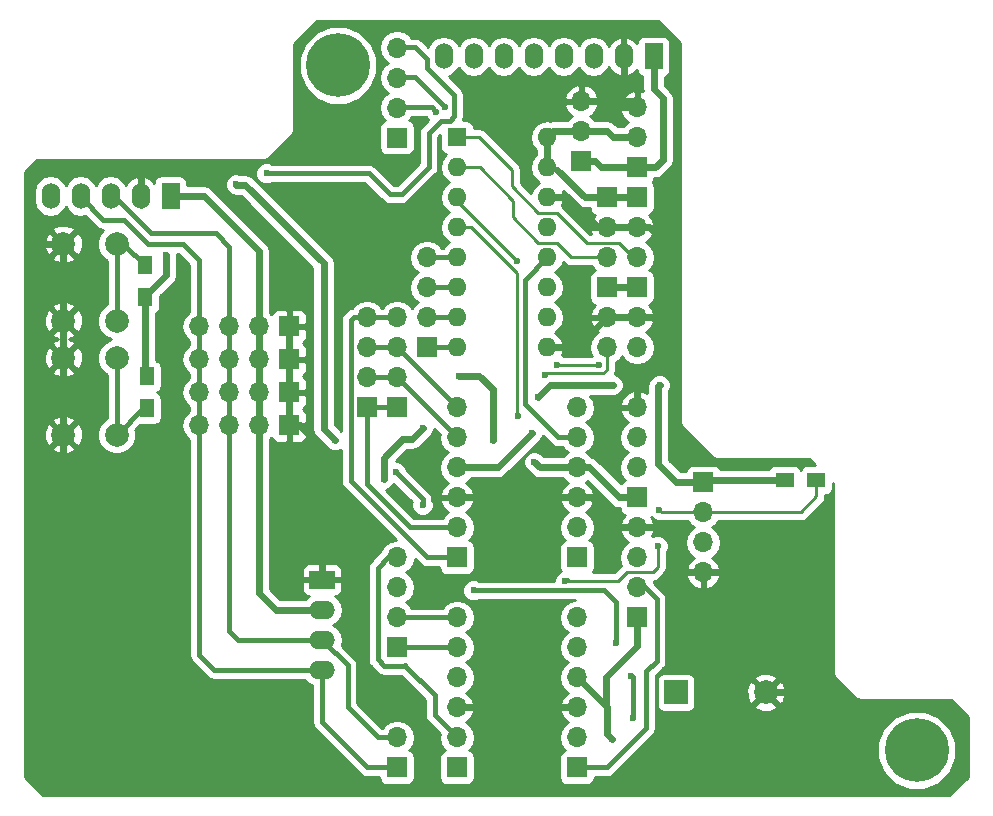
<source format=gtl>
G04 #@! TF.FileFunction,Copper,L1,Top,Signal*
%FSLAX46Y46*%
G04 Gerber Fmt 4.6, Leading zero omitted, Abs format (unit mm)*
G04 Created by KiCad (PCBNEW 4.0.5) date 11/07/17 20:17:22*
%MOMM*%
%LPD*%
G01*
G04 APERTURE LIST*
%ADD10C,0.100000*%
%ADD11C,5.400000*%
%ADD12R,1.700000X1.700000*%
%ADD13O,1.700000X1.700000*%
%ADD14R,1.600000X1.600000*%
%ADD15O,1.600000X1.600000*%
%ADD16R,2.199640X1.524000*%
%ADD17O,2.199640X1.524000*%
%ADD18R,1.524000X2.199640*%
%ADD19O,1.524000X2.199640*%
%ADD20R,1.300000X1.500000*%
%ADD21C,2.000000*%
%ADD22R,1.500000X1.300000*%
%ADD23R,2.000000X2.000000*%
%ADD24C,0.600000*%
%ADD25C,0.600000*%
%ADD26C,0.250000*%
%ADD27C,0.400000*%
%ADD28C,0.254000*%
G04 APERTURE END LIST*
D10*
D11*
X173540000Y-123000000D03*
D12*
X145135600Y-73152000D03*
D13*
X145135600Y-70612000D03*
X145135600Y-68072000D03*
D14*
X134620000Y-71120000D03*
D15*
X142240000Y-88900000D03*
X134620000Y-73660000D03*
X142240000Y-86360000D03*
X134620000Y-76200000D03*
X142240000Y-83820000D03*
X134620000Y-78740000D03*
X142240000Y-81280000D03*
X134620000Y-81280000D03*
X142240000Y-78740000D03*
X134620000Y-83820000D03*
X142240000Y-76200000D03*
X134620000Y-86360000D03*
X142240000Y-73660000D03*
X134620000Y-88900000D03*
X142240000Y-71120000D03*
D13*
X134620000Y-93980000D03*
X134620000Y-96520000D03*
X134620000Y-99060000D03*
X134620000Y-101600000D03*
X134620000Y-104140000D03*
D12*
X134620000Y-106680000D03*
X144780000Y-106680000D03*
D13*
X144780000Y-104140000D03*
X144780000Y-101600000D03*
X144780000Y-99060000D03*
X144780000Y-96520000D03*
X144780000Y-93980000D03*
X134620000Y-111760000D03*
X134620000Y-114300000D03*
X134620000Y-116840000D03*
X134620000Y-119380000D03*
X134620000Y-121920000D03*
D12*
X134620000Y-124460000D03*
X144780000Y-124460000D03*
D13*
X144780000Y-121920000D03*
X144780000Y-119380000D03*
X144780000Y-116840000D03*
X144780000Y-114300000D03*
X144780000Y-111760000D03*
D12*
X149860000Y-101600000D03*
D13*
X149860000Y-99060000D03*
X149860000Y-96520000D03*
X149860000Y-93980000D03*
D12*
X149860000Y-76200000D03*
D13*
X149860000Y-78740000D03*
X149860000Y-81280000D03*
D12*
X147320000Y-76200000D03*
D13*
X147320000Y-78740000D03*
X147320000Y-81280000D03*
D12*
X149860000Y-83820000D03*
D13*
X149860000Y-86360000D03*
X149860000Y-88900000D03*
D12*
X147320000Y-83820000D03*
D13*
X147320000Y-86360000D03*
X147320000Y-88900000D03*
D12*
X129540000Y-93980000D03*
D13*
X129540000Y-91440000D03*
X129540000Y-88900000D03*
X129540000Y-86360000D03*
D12*
X129540000Y-114300000D03*
D13*
X129540000Y-111760000D03*
X129540000Y-109220000D03*
X129540000Y-106680000D03*
D12*
X127000000Y-93980000D03*
D13*
X127000000Y-91440000D03*
X127000000Y-88900000D03*
X127000000Y-86360000D03*
D12*
X149860000Y-111760000D03*
D13*
X149860000Y-109220000D03*
X149860000Y-106680000D03*
X149860000Y-104140000D03*
D12*
X149860000Y-73660000D03*
D13*
X149860000Y-71120000D03*
X149860000Y-68580000D03*
D12*
X132080000Y-88900000D03*
D13*
X132080000Y-86360000D03*
X132080000Y-83820000D03*
X132080000Y-81280000D03*
D16*
X123190000Y-108585000D03*
D17*
X123190000Y-111125000D03*
X123190000Y-113665000D03*
X123190000Y-116205000D03*
D12*
X129540000Y-124460000D03*
D13*
X129540000Y-121920000D03*
D18*
X110363000Y-76073000D03*
D19*
X107823000Y-76073000D03*
X105283000Y-76073000D03*
X102743000Y-76073000D03*
X100203000Y-76073000D03*
D18*
X151257000Y-64262000D03*
D19*
X148717000Y-64262000D03*
X146177000Y-64262000D03*
X143637000Y-64262000D03*
X141097000Y-64262000D03*
X138557000Y-64262000D03*
X136017000Y-64262000D03*
X133477000Y-64262000D03*
D20*
X108331000Y-94060000D03*
X108331000Y-91360000D03*
X108204000Y-81962000D03*
X108204000Y-84662000D03*
D21*
X101291000Y-89789000D03*
X105791000Y-89789000D03*
X101291000Y-96289000D03*
X105791000Y-96289000D03*
X101291000Y-80137000D03*
X105791000Y-80137000D03*
X101291000Y-86637000D03*
X105791000Y-86637000D03*
D22*
X162353000Y-100139500D03*
X165053000Y-100139500D03*
D12*
X155448000Y-100330000D03*
D13*
X155448000Y-102870000D03*
X155448000Y-105410000D03*
X155448000Y-107950000D03*
D12*
X120396000Y-87122000D03*
D13*
X117856000Y-87122000D03*
X115316000Y-87122000D03*
X112776000Y-87122000D03*
D12*
X120396000Y-89916000D03*
D13*
X117856000Y-89916000D03*
X115316000Y-89916000D03*
X112776000Y-89916000D03*
D12*
X120396000Y-92710000D03*
D13*
X117856000Y-92710000D03*
X115316000Y-92710000D03*
X112776000Y-92710000D03*
D12*
X120396000Y-95504000D03*
D13*
X117856000Y-95504000D03*
X115316000Y-95504000D03*
X112776000Y-95504000D03*
D12*
X129540000Y-71125080D03*
D13*
X129540000Y-68585080D03*
X129540000Y-66045080D03*
X129540000Y-63505080D03*
D11*
X124540000Y-65000000D03*
D23*
X153162000Y-118110000D03*
D21*
X160762000Y-118110000D03*
D24*
X147828000Y-92075000D03*
X141478000Y-93091000D03*
X140970000Y-96139000D03*
X151765000Y-92075000D03*
X141152880Y-98602800D03*
X137632440Y-96702880D03*
X134762240Y-91328240D03*
X131749800Y-95707200D03*
X128397000Y-100015040D03*
X124282200Y-96774000D03*
X115925600Y-75102720D03*
X109956600Y-81092040D03*
X147701000Y-122047000D03*
X152665002Y-80645000D03*
X139730480Y-81584800D03*
X143052800Y-90357960D03*
X146639280Y-90388440D03*
X142082520Y-91257120D03*
X139811760Y-94716600D03*
X131699000Y-102235000D03*
X136017000Y-109474000D03*
X148082000Y-113919000D03*
X149352000Y-116713000D03*
X149479000Y-120269000D03*
X133604000Y-68580000D03*
X129413000Y-99441000D03*
X151749760Y-102656640D03*
X151627840Y-105704640D03*
X132842000Y-68961000D03*
X143764000Y-108712000D03*
X118491000Y-74168000D03*
D25*
X110363000Y-76073000D02*
X113157000Y-76073000D01*
X117856000Y-80772000D02*
X117856000Y-87122000D01*
X113157000Y-76073000D02*
X117856000Y-80772000D01*
X162353000Y-100139500D02*
X155638500Y-100139500D01*
X155638500Y-100139500D02*
X155448000Y-100330000D01*
X117856000Y-89916000D02*
X117856000Y-92710000D01*
X117856000Y-95504000D02*
X117856000Y-92710000D01*
X117856000Y-87122000D02*
X117856000Y-95504000D01*
X147828000Y-92075000D02*
X146304000Y-92075000D01*
X146304000Y-92075000D02*
X142494000Y-92075000D01*
X142494000Y-92075000D02*
X141478000Y-93091000D01*
X140970000Y-96139000D02*
X138049000Y-99060000D01*
X138049000Y-99060000D02*
X134620000Y-99060000D01*
X153162000Y-100330000D02*
X155448000Y-100330000D01*
X151638000Y-98806000D02*
X153162000Y-100330000D01*
X151638000Y-92202000D02*
X151638000Y-98806000D01*
X151765000Y-92075000D02*
X151638000Y-92202000D01*
X117856000Y-95504000D02*
X117856000Y-109728000D01*
X117856000Y-109728000D02*
X119253000Y-111125000D01*
X119253000Y-111125000D02*
X123190000Y-111125000D01*
X155448000Y-100330000D02*
X154940000Y-100330000D01*
X151257000Y-64262000D02*
X151257000Y-67056000D01*
X151384000Y-73660000D02*
X149860000Y-73660000D01*
X152019000Y-73025000D02*
X151384000Y-73660000D01*
X152019000Y-67818000D02*
X152019000Y-73025000D01*
X151257000Y-67056000D02*
X152019000Y-67818000D01*
X145135600Y-73152000D02*
X146304000Y-73152000D01*
X146812000Y-73660000D02*
X149860000Y-73660000D01*
X146304000Y-73152000D02*
X146812000Y-73660000D01*
X108204000Y-84662000D02*
X108204000Y-84551520D01*
X108204000Y-84551520D02*
X109956600Y-82798920D01*
X141610080Y-99060000D02*
X144780000Y-99060000D01*
X141152880Y-98602800D02*
X141610080Y-99060000D01*
X137632440Y-92425520D02*
X137632440Y-96702880D01*
X136514840Y-91307920D02*
X137632440Y-92425520D01*
X134782560Y-91307920D02*
X136514840Y-91307920D01*
X134762240Y-91328240D02*
X134782560Y-91307920D01*
X130794760Y-96662240D02*
X131749800Y-95707200D01*
X129997200Y-96662240D02*
X130794760Y-96662240D01*
X128437640Y-98221800D02*
X129997200Y-96662240D01*
X128437640Y-99974400D02*
X128437640Y-98221800D01*
X128397000Y-100015040D02*
X128437640Y-99974400D01*
X123317000Y-95808800D02*
X124282200Y-96774000D01*
X123317000Y-81762600D02*
X123317000Y-95808800D01*
X116677440Y-75123040D02*
X123317000Y-81762600D01*
X115945920Y-75123040D02*
X116677440Y-75123040D01*
X115925600Y-75102720D02*
X115945920Y-75123040D01*
X109956600Y-82798920D02*
X109956600Y-81092040D01*
X147193000Y-119253000D02*
X147193000Y-116840000D01*
X147320000Y-119380000D02*
X147193000Y-119253000D01*
X147193000Y-119253000D02*
X144780000Y-116840000D01*
X147320000Y-121666000D02*
X147320000Y-119380000D01*
X147701000Y-122047000D02*
X147320000Y-121666000D01*
X142240000Y-73660000D02*
X142494000Y-73660000D01*
X143065500Y-73850500D02*
X145415000Y-76200000D01*
X145415000Y-76200000D02*
X147320000Y-76200000D01*
X144780000Y-99060000D02*
X145796000Y-99060000D01*
X148336000Y-101600000D02*
X149860000Y-101600000D01*
X145796000Y-99060000D02*
X148336000Y-101600000D01*
X147193000Y-116840000D02*
X149860000Y-114173000D01*
X149860000Y-114173000D02*
X149860000Y-111760000D01*
X108204000Y-84662000D02*
X108204000Y-91233000D01*
X108204000Y-91233000D02*
X108331000Y-91360000D01*
X147320000Y-83820000D02*
X149860000Y-83820000D01*
X142240000Y-71120000D02*
X142240000Y-73660000D01*
X145135600Y-70612000D02*
X142748000Y-70612000D01*
X142748000Y-70612000D02*
X142240000Y-71120000D01*
X145135600Y-70612000D02*
X147320000Y-70612000D01*
X147828000Y-71120000D02*
X149860000Y-71120000D01*
X147320000Y-70612000D02*
X147828000Y-71120000D01*
X147320000Y-76200000D02*
X149860000Y-76200000D01*
X162941000Y-118364000D02*
X162941000Y-118237000D01*
X162941000Y-118237000D02*
X162814000Y-118110000D01*
X162814000Y-118110000D02*
X160762000Y-118110000D01*
X107823000Y-76073000D02*
X107823000Y-74549000D01*
X99187000Y-80137000D02*
X101291000Y-80137000D01*
X98298000Y-79248000D02*
X99187000Y-80137000D01*
X98298000Y-74676000D02*
X98298000Y-79248000D01*
X99060000Y-73914000D02*
X98298000Y-74676000D01*
X107188000Y-73914000D02*
X99060000Y-73914000D01*
X107823000Y-74549000D02*
X107188000Y-73914000D01*
X107823000Y-76073000D02*
X107823000Y-76835000D01*
X149860000Y-86360000D02*
X151130000Y-86360000D01*
X151130000Y-86360000D02*
X152654000Y-87884000D01*
X152654000Y-87884000D02*
X152654000Y-89281000D01*
X152654000Y-89281000D02*
X149860000Y-92075000D01*
X149860000Y-92075000D02*
X149860000Y-93980000D01*
X152665002Y-80645000D02*
X152781000Y-80645000D01*
X120396000Y-92710000D02*
X120396000Y-95504000D01*
X120396000Y-87122000D02*
X120396000Y-89916000D01*
X101291000Y-80137000D02*
X101291000Y-86637000D01*
X101291000Y-96289000D02*
X101291000Y-89789000D01*
X120396000Y-87122000D02*
X120396000Y-95504000D01*
X152654000Y-87884000D02*
X152654000Y-89281000D01*
X149860000Y-92075000D02*
X149860000Y-93980000D01*
X152654000Y-89281000D02*
X149860000Y-92075000D01*
X142240000Y-88900000D02*
X144780000Y-88900000D01*
X144780000Y-88900000D02*
X147320000Y-86360000D01*
X155448000Y-107950000D02*
X154178000Y-107950000D01*
X151892000Y-104140000D02*
X149860000Y-104140000D01*
X153289000Y-105537000D02*
X151892000Y-104140000D01*
X153289000Y-107061000D02*
X153289000Y-105537000D01*
X154178000Y-107950000D02*
X153289000Y-107061000D01*
X149860000Y-104140000D02*
X148463000Y-104140000D01*
X148463000Y-104140000D02*
X145923000Y-101600000D01*
X145923000Y-101600000D02*
X144780000Y-101600000D01*
X134620000Y-101600000D02*
X144780000Y-101600000D01*
X120396000Y-95504000D02*
X121285000Y-95504000D01*
X121285000Y-95504000D02*
X123190000Y-97409000D01*
X123190000Y-97409000D02*
X123190000Y-108585000D01*
X145135600Y-68072000D02*
X146812000Y-68072000D01*
X148717000Y-66167000D02*
X148717000Y-64262000D01*
X146812000Y-68072000D02*
X148717000Y-66167000D01*
X145135600Y-68072000D02*
X149352000Y-68072000D01*
X149352000Y-68072000D02*
X149860000Y-68580000D01*
X152781000Y-88011000D02*
X152654000Y-87884000D01*
X152654000Y-87884000D02*
X151130000Y-86360000D01*
X151130000Y-86360000D02*
X147320000Y-86360000D01*
X101291000Y-80137000D02*
X100965000Y-80137000D01*
X149860000Y-78740000D02*
X150876000Y-78740000D01*
X152781000Y-80645000D02*
X152781000Y-88011000D01*
X150876000Y-78740000D02*
X152781000Y-80645000D01*
X142240000Y-76200000D02*
X144018000Y-76200000D01*
X144018000Y-76200000D02*
X146558000Y-78740000D01*
X146558000Y-78740000D02*
X149860000Y-78740000D01*
X162941000Y-118364000D02*
X162941000Y-124079000D01*
X134620000Y-119380000D02*
X136779000Y-119380000D01*
X139192000Y-121793000D02*
X139192000Y-126111000D01*
X136779000Y-119380000D02*
X139192000Y-121793000D01*
X144780000Y-119380000D02*
X143129000Y-119380000D01*
X141986000Y-120523000D02*
X141986000Y-126111000D01*
X143129000Y-119380000D02*
X141986000Y-120523000D01*
X101291000Y-80137000D02*
X101291000Y-103577000D01*
X101291000Y-113483000D02*
X112268000Y-124460000D01*
X112268000Y-124460000D02*
X125349000Y-124460000D01*
X125349000Y-124460000D02*
X127000000Y-126111000D01*
X127000000Y-126111000D02*
X139192000Y-126111000D01*
X101291000Y-103577000D02*
X101291000Y-113483000D01*
X162433000Y-107950000D02*
X155448000Y-107950000D01*
X165735000Y-111252000D02*
X165608000Y-111125000D01*
X165608000Y-111125000D02*
X162433000Y-107950000D01*
X165735000Y-121285000D02*
X165735000Y-111252000D01*
X162941000Y-124079000D02*
X165735000Y-121285000D01*
X160909000Y-126111000D02*
X162941000Y-124079000D01*
X139192000Y-126111000D02*
X141986000Y-126111000D01*
X141986000Y-126111000D02*
X160909000Y-126111000D01*
D26*
X149860000Y-81280000D02*
X149519640Y-81280000D01*
X149519640Y-81280000D02*
X148295360Y-80055720D01*
X148295360Y-80055720D02*
X145587720Y-80055720D01*
X145587720Y-80055720D02*
X143057880Y-77525880D01*
X143057880Y-77525880D02*
X141513560Y-77525880D01*
X141513560Y-77525880D02*
X139252960Y-75265280D01*
X139252960Y-75265280D02*
X139252960Y-73863200D01*
X139252960Y-73863200D02*
X136509760Y-71120000D01*
X136509760Y-71120000D02*
X134620000Y-71120000D01*
X147320000Y-81280000D02*
X144312640Y-81280000D01*
X136530080Y-73660000D02*
X134620000Y-73660000D01*
X139334240Y-76464160D02*
X136530080Y-73660000D01*
X139334240Y-77866240D02*
X139334240Y-76464160D01*
X141488160Y-80020160D02*
X139334240Y-77866240D01*
X143052800Y-80020160D02*
X141488160Y-80020160D01*
X144312640Y-81280000D02*
X143052800Y-80020160D01*
X134620000Y-76200000D02*
X134620000Y-76474320D01*
X134620000Y-76474320D02*
X139730480Y-81584800D01*
X143052800Y-90357960D02*
X143083280Y-90388440D01*
X143083280Y-90388440D02*
X146639280Y-90388440D01*
X134620000Y-78740000D02*
X135839200Y-78740000D01*
X147320000Y-90774520D02*
X147320000Y-88900000D01*
X146989800Y-91104720D02*
X147320000Y-90774520D01*
X142234920Y-91104720D02*
X146989800Y-91104720D01*
X142082520Y-91257120D02*
X142234920Y-91104720D01*
X139674600Y-94579440D02*
X139811760Y-94716600D01*
X139674600Y-82575400D02*
X139674600Y-94579440D01*
X135839200Y-78740000D02*
X139674600Y-82575400D01*
D27*
X112776000Y-92710000D02*
X112776000Y-95504000D01*
X112776000Y-89916000D02*
X112776000Y-92710000D01*
X112776000Y-87122000D02*
X112776000Y-95504000D01*
X123190000Y-116205000D02*
X123190000Y-120650000D01*
X127000000Y-124460000D02*
X129540000Y-124460000D01*
X123190000Y-120650000D02*
X127000000Y-124460000D01*
X112776000Y-95504000D02*
X112776000Y-114935000D01*
X114046000Y-116205000D02*
X123190000Y-116205000D01*
X112776000Y-114935000D02*
X114046000Y-116205000D01*
X102743000Y-76073000D02*
X102743000Y-76200000D01*
X102743000Y-76200000D02*
X104648000Y-78105000D01*
X104648000Y-78105000D02*
X106426000Y-78105000D01*
X106426000Y-78105000D02*
X108458000Y-80137000D01*
X108458000Y-80137000D02*
X111379000Y-80137000D01*
X111379000Y-80137000D02*
X112776000Y-81534000D01*
X112776000Y-81534000D02*
X112776000Y-87122000D01*
X115316000Y-89916000D02*
X115316000Y-87122000D01*
X115316000Y-92710000D02*
X115316000Y-89916000D01*
X115316000Y-87122000D02*
X115316000Y-95504000D01*
X129540000Y-121920000D02*
X127889000Y-121920000D01*
X125349000Y-115824000D02*
X123190000Y-113665000D01*
X125349000Y-119380000D02*
X125349000Y-115824000D01*
X127889000Y-121920000D02*
X125349000Y-119380000D01*
X115316000Y-95504000D02*
X115316000Y-112903000D01*
X115316000Y-112903000D02*
X116078000Y-113665000D01*
X116078000Y-113665000D02*
X123190000Y-113665000D01*
X105283000Y-76073000D02*
X105537000Y-76073000D01*
X105537000Y-76073000D02*
X108712000Y-79248000D01*
X115316000Y-80391000D02*
X115316000Y-87122000D01*
X114173000Y-79248000D02*
X115316000Y-80391000D01*
X108712000Y-79248000D02*
X114173000Y-79248000D01*
X134620000Y-104140000D02*
X130637280Y-104140000D01*
X127000000Y-100502720D02*
X127000000Y-93980000D01*
X130637280Y-104140000D02*
X127000000Y-100502720D01*
X127000000Y-93980000D02*
X129540000Y-93980000D01*
X129540000Y-91440000D02*
X134620000Y-96520000D01*
X127000000Y-91440000D02*
X129540000Y-91440000D01*
X129540000Y-88900000D02*
X134620000Y-93980000D01*
X127000000Y-88900000D02*
X129540000Y-88900000D01*
X127000000Y-86360000D02*
X125857000Y-86360000D01*
X132080000Y-106680000D02*
X134620000Y-106680000D01*
X125603000Y-100203000D02*
X132080000Y-106680000D01*
X125603000Y-86614000D02*
X125603000Y-100203000D01*
X125857000Y-86360000D02*
X125603000Y-86614000D01*
X127000000Y-86360000D02*
X126746000Y-86360000D01*
X127000000Y-86360000D02*
X129540000Y-86360000D01*
X144780000Y-124460000D02*
X147320000Y-124460000D01*
X151511000Y-110236000D02*
X150495000Y-109220000D01*
X151511000Y-115443000D02*
X151511000Y-110236000D01*
X150622000Y-116332000D02*
X151511000Y-115443000D01*
X150622000Y-121158000D02*
X150622000Y-116332000D01*
X147320000Y-124460000D02*
X150622000Y-121158000D01*
X150495000Y-109220000D02*
X149860000Y-109220000D01*
X129540000Y-114300000D02*
X134620000Y-114300000D01*
X134620000Y-111760000D02*
X129540000Y-111760000D01*
X130238500Y-115887500D02*
X128460500Y-115887500D01*
X127889000Y-107569000D02*
X128778000Y-106680000D01*
X127889000Y-115316000D02*
X127889000Y-107569000D01*
X128460500Y-115887500D02*
X127889000Y-115316000D01*
X128778000Y-106680000D02*
X129540000Y-106680000D01*
X134620000Y-121920000D02*
X132715000Y-120015000D01*
X132715000Y-118364000D02*
X130238500Y-115887500D01*
X130238500Y-115887500D02*
X130175000Y-115824000D01*
X132715000Y-120015000D02*
X132715000Y-118364000D01*
X144780000Y-96520000D02*
X143129000Y-96520000D01*
X140335000Y-83185000D02*
X142240000Y-81280000D01*
X140335000Y-93726000D02*
X140335000Y-83185000D01*
X143129000Y-96520000D02*
X140335000Y-93726000D01*
X132080000Y-88900000D02*
X134620000Y-88900000D01*
X132080000Y-86360000D02*
X134620000Y-86360000D01*
X132080000Y-83820000D02*
X134620000Y-83820000D01*
X132080000Y-81280000D02*
X134620000Y-81280000D01*
X129413000Y-99441000D02*
X131699000Y-101727000D01*
X131699000Y-101727000D02*
X131699000Y-102235000D01*
X136017000Y-109474000D02*
X143891000Y-109474000D01*
X143891000Y-109474000D02*
X147066000Y-109474000D01*
X147066000Y-109474000D02*
X148082000Y-110490000D01*
X148082000Y-110490000D02*
X148082000Y-113919000D01*
X149352000Y-116713000D02*
X149479000Y-116840000D01*
X149479000Y-116840000D02*
X149479000Y-120269000D01*
X131064000Y-66040000D02*
X129540000Y-66040000D01*
X131064000Y-66040000D02*
X133604000Y-68580000D01*
D26*
X165053000Y-100139500D02*
X165053000Y-101520000D01*
X163703000Y-102870000D02*
X155448000Y-102870000D01*
X165053000Y-101520000D02*
X163703000Y-102870000D01*
X143764000Y-108712000D02*
X148254720Y-108712000D01*
X151963120Y-102870000D02*
X155448000Y-102870000D01*
X151749760Y-102656640D02*
X151963120Y-102870000D01*
X151627840Y-107492800D02*
X151627840Y-105704640D01*
X151180800Y-107939840D02*
X151627840Y-107492800D01*
X149026880Y-107939840D02*
X151180800Y-107939840D01*
X148254720Y-108712000D02*
X149026880Y-107939840D01*
D27*
X132461000Y-68580000D02*
X132842000Y-68961000D01*
X132461000Y-68580000D02*
X129540000Y-68580000D01*
X143764000Y-108712000D02*
X143891000Y-108585000D01*
X105791000Y-96289000D02*
X105791000Y-89789000D01*
X108331000Y-94060000D02*
X108020000Y-94060000D01*
X108020000Y-94060000D02*
X105791000Y-96289000D01*
X134366000Y-68707000D02*
X134366000Y-69342000D01*
X131064000Y-63500000D02*
X132080000Y-64516000D01*
X132080000Y-64516000D02*
X132080000Y-65278000D01*
X132080000Y-65278000D02*
X134366000Y-67564000D01*
X134366000Y-67564000D02*
X134366000Y-68707000D01*
X127127000Y-74168000D02*
X118491000Y-74168000D01*
X128905000Y-75946000D02*
X127127000Y-74168000D01*
X129921000Y-75946000D02*
X128905000Y-75946000D01*
X131064000Y-63500000D02*
X129540000Y-63500000D01*
X132207000Y-73660000D02*
X129921000Y-75946000D01*
X132207000Y-70739000D02*
X132207000Y-73660000D01*
X133223000Y-69723000D02*
X132207000Y-70739000D01*
X133985000Y-69723000D02*
X133223000Y-69723000D01*
X134366000Y-69342000D02*
X133985000Y-69723000D01*
X129540000Y-63500000D02*
X130302000Y-63500000D01*
X105791000Y-86637000D02*
X105791000Y-80137000D01*
X105791000Y-80137000D02*
X106379000Y-80137000D01*
X106379000Y-80137000D02*
X108204000Y-81962000D01*
D28*
G36*
X153531500Y-63159092D02*
X153531500Y-95186500D01*
X153585546Y-95458205D01*
X153739454Y-95688546D01*
X156152454Y-98101546D01*
X156382795Y-98255454D01*
X156654500Y-98309500D01*
X164424908Y-98309500D01*
X164957468Y-98842060D01*
X164303000Y-98842060D01*
X164067683Y-98886338D01*
X163851559Y-99025410D01*
X163706569Y-99237610D01*
X163703919Y-99250697D01*
X163567090Y-99038059D01*
X163354890Y-98893069D01*
X163103000Y-98842060D01*
X161603000Y-98842060D01*
X161367683Y-98886338D01*
X161151559Y-99025410D01*
X161029192Y-99204500D01*
X156875305Y-99204500D01*
X156762090Y-99028559D01*
X156549890Y-98883569D01*
X156298000Y-98832560D01*
X154598000Y-98832560D01*
X154362683Y-98876838D01*
X154146559Y-99015910D01*
X154001569Y-99228110D01*
X153967773Y-99395000D01*
X153549290Y-99395000D01*
X152573000Y-98418710D01*
X152573000Y-92567257D01*
X152699838Y-92261799D01*
X152700162Y-91889833D01*
X152558117Y-91546057D01*
X152295327Y-91282808D01*
X151951799Y-91140162D01*
X151579833Y-91139838D01*
X151236057Y-91281883D01*
X150972808Y-91544673D01*
X150970352Y-91550587D01*
X150774173Y-91844191D01*
X150703000Y-92202000D01*
X150703000Y-92766803D01*
X150216892Y-92538514D01*
X149987000Y-92659181D01*
X149987000Y-93853000D01*
X150007000Y-93853000D01*
X150007000Y-94107000D01*
X149987000Y-94107000D01*
X149987000Y-94127000D01*
X149733000Y-94127000D01*
X149733000Y-94107000D01*
X148539845Y-94107000D01*
X148418524Y-94336890D01*
X148588355Y-94746924D01*
X148978642Y-95175183D01*
X149121553Y-95242298D01*
X148780853Y-95469946D01*
X148458946Y-95951715D01*
X148345907Y-96520000D01*
X148458946Y-97088285D01*
X148780853Y-97570054D01*
X149110026Y-97790000D01*
X148780853Y-98009946D01*
X148458946Y-98491715D01*
X148345907Y-99060000D01*
X148458946Y-99628285D01*
X148780853Y-100110054D01*
X148822452Y-100137850D01*
X148774683Y-100146838D01*
X148558559Y-100285910D01*
X148471547Y-100413257D01*
X146457145Y-98398855D01*
X146153809Y-98196173D01*
X145957487Y-98157122D01*
X145859147Y-98009946D01*
X145529974Y-97790000D01*
X145859147Y-97570054D01*
X146181054Y-97088285D01*
X146294093Y-96520000D01*
X146181054Y-95951715D01*
X145859147Y-95469946D01*
X145529974Y-95250000D01*
X145859147Y-95030054D01*
X146181054Y-94548285D01*
X146294093Y-93980000D01*
X146223104Y-93623110D01*
X148418524Y-93623110D01*
X148539845Y-93853000D01*
X149733000Y-93853000D01*
X149733000Y-92659181D01*
X149503108Y-92538514D01*
X148978642Y-92784817D01*
X148588355Y-93213076D01*
X148418524Y-93623110D01*
X146223104Y-93623110D01*
X146181054Y-93411715D01*
X145912637Y-93010000D01*
X147827184Y-93010000D01*
X148013167Y-93010162D01*
X148356943Y-92868117D01*
X148620192Y-92605327D01*
X148762838Y-92261799D01*
X148763162Y-91889833D01*
X148621117Y-91546057D01*
X148358327Y-91282808D01*
X148014799Y-91140162D01*
X147972192Y-91140125D01*
X148022148Y-91065360D01*
X148080000Y-90774520D01*
X148080000Y-90163301D01*
X148399147Y-89950054D01*
X148590000Y-89664422D01*
X148780853Y-89950054D01*
X149262622Y-90271961D01*
X149830907Y-90385000D01*
X149889093Y-90385000D01*
X150457378Y-90271961D01*
X150939147Y-89950054D01*
X151261054Y-89468285D01*
X151374093Y-88900000D01*
X151261054Y-88331715D01*
X150939147Y-87849946D01*
X150598447Y-87622298D01*
X150741358Y-87555183D01*
X151131645Y-87126924D01*
X151301476Y-86716890D01*
X151180155Y-86487000D01*
X149987000Y-86487000D01*
X149987000Y-86507000D01*
X149733000Y-86507000D01*
X149733000Y-86487000D01*
X147447000Y-86487000D01*
X147447000Y-86507000D01*
X147193000Y-86507000D01*
X147193000Y-86487000D01*
X145999845Y-86487000D01*
X145878524Y-86716890D01*
X146048355Y-87126924D01*
X146438642Y-87555183D01*
X146581553Y-87622298D01*
X146240853Y-87849946D01*
X145918946Y-88331715D01*
X145805907Y-88900000D01*
X145918946Y-89468285D01*
X146025958Y-89628440D01*
X143645690Y-89628440D01*
X143583127Y-89565768D01*
X143512813Y-89536571D01*
X143631904Y-89249039D01*
X143509915Y-89027000D01*
X142367000Y-89027000D01*
X142367000Y-89047000D01*
X142113000Y-89047000D01*
X142113000Y-89027000D01*
X142093000Y-89027000D01*
X142093000Y-88773000D01*
X142113000Y-88773000D01*
X142113000Y-88753000D01*
X142367000Y-88753000D01*
X142367000Y-88773000D01*
X143509915Y-88773000D01*
X143631904Y-88550961D01*
X143471041Y-88162577D01*
X143095134Y-87747611D01*
X142878297Y-87644986D01*
X143282811Y-87374698D01*
X143593880Y-86909151D01*
X143703113Y-86360000D01*
X143593880Y-85810849D01*
X143282811Y-85345302D01*
X142900725Y-85090000D01*
X143282811Y-84834698D01*
X143593880Y-84369151D01*
X143703113Y-83820000D01*
X143593880Y-83270849D01*
X143282811Y-82805302D01*
X142900725Y-82550000D01*
X143282811Y-82294698D01*
X143593880Y-81829151D01*
X143625919Y-81668081D01*
X143775239Y-81817401D01*
X144021801Y-81982148D01*
X144312640Y-82040000D01*
X146047046Y-82040000D01*
X146240853Y-82330054D01*
X146282452Y-82357850D01*
X146234683Y-82366838D01*
X146018559Y-82505910D01*
X145873569Y-82718110D01*
X145822560Y-82970000D01*
X145822560Y-84670000D01*
X145866838Y-84905317D01*
X146005910Y-85121441D01*
X146218110Y-85266431D01*
X146326107Y-85288301D01*
X146048355Y-85593076D01*
X145878524Y-86003110D01*
X145999845Y-86233000D01*
X147193000Y-86233000D01*
X147193000Y-86213000D01*
X147447000Y-86213000D01*
X147447000Y-86233000D01*
X149733000Y-86233000D01*
X149733000Y-86213000D01*
X149987000Y-86213000D01*
X149987000Y-86233000D01*
X151180155Y-86233000D01*
X151301476Y-86003110D01*
X151131645Y-85593076D01*
X150855499Y-85290063D01*
X150945317Y-85273162D01*
X151161441Y-85134090D01*
X151306431Y-84921890D01*
X151357440Y-84670000D01*
X151357440Y-82970000D01*
X151313162Y-82734683D01*
X151174090Y-82518559D01*
X150961890Y-82373569D01*
X150894459Y-82359914D01*
X150939147Y-82330054D01*
X151261054Y-81848285D01*
X151374093Y-81280000D01*
X151261054Y-80711715D01*
X150939147Y-80229946D01*
X150598447Y-80002298D01*
X150741358Y-79935183D01*
X151131645Y-79506924D01*
X151301476Y-79096890D01*
X151180155Y-78867000D01*
X149987000Y-78867000D01*
X149987000Y-78887000D01*
X149733000Y-78887000D01*
X149733000Y-78867000D01*
X147447000Y-78867000D01*
X147447000Y-78887000D01*
X147193000Y-78887000D01*
X147193000Y-78867000D01*
X145999845Y-78867000D01*
X145878524Y-79096890D01*
X145960877Y-79295720D01*
X145902522Y-79295720D01*
X143595281Y-76988479D01*
X143481408Y-76912392D01*
X143631904Y-76549039D01*
X143509915Y-76327000D01*
X142367000Y-76327000D01*
X142367000Y-76347000D01*
X142113000Y-76347000D01*
X142113000Y-76327000D01*
X142093000Y-76327000D01*
X142093000Y-76073000D01*
X142113000Y-76073000D01*
X142113000Y-76053000D01*
X142367000Y-76053000D01*
X142367000Y-76073000D01*
X143509915Y-76073000D01*
X143631904Y-75850961D01*
X143552882Y-75660172D01*
X144753855Y-76861145D01*
X145057191Y-77063827D01*
X145415000Y-77135000D01*
X145838554Y-77135000D01*
X145866838Y-77285317D01*
X146005910Y-77501441D01*
X146218110Y-77646431D01*
X146326107Y-77668301D01*
X146048355Y-77973076D01*
X145878524Y-78383110D01*
X145999845Y-78613000D01*
X147193000Y-78613000D01*
X147193000Y-78593000D01*
X147447000Y-78593000D01*
X147447000Y-78613000D01*
X149733000Y-78613000D01*
X149733000Y-78593000D01*
X149987000Y-78593000D01*
X149987000Y-78613000D01*
X151180155Y-78613000D01*
X151301476Y-78383110D01*
X151131645Y-77973076D01*
X150855499Y-77670063D01*
X150945317Y-77653162D01*
X151161441Y-77514090D01*
X151306431Y-77301890D01*
X151357440Y-77050000D01*
X151357440Y-75350000D01*
X151313162Y-75114683D01*
X151192985Y-74927923D01*
X151306431Y-74761890D01*
X151340227Y-74595000D01*
X151384000Y-74595000D01*
X151741809Y-74523827D01*
X152045145Y-74321145D01*
X152680145Y-73686145D01*
X152794303Y-73515295D01*
X152882827Y-73382809D01*
X152954000Y-73025000D01*
X152954000Y-67818000D01*
X152882827Y-67460191D01*
X152680145Y-67156855D01*
X152192000Y-66668710D01*
X152192000Y-65976708D01*
X152254317Y-65964982D01*
X152470441Y-65825910D01*
X152615431Y-65613710D01*
X152666440Y-65361820D01*
X152666440Y-63162180D01*
X152622162Y-62926863D01*
X152483090Y-62710739D01*
X152270890Y-62565749D01*
X152019000Y-62514740D01*
X150495000Y-62514740D01*
X150259683Y-62559018D01*
X150043559Y-62698090D01*
X149898569Y-62910290D01*
X149852079Y-63139867D01*
X149615026Y-62846550D01*
X149134277Y-62584920D01*
X149060070Y-62569960D01*
X148844000Y-62692460D01*
X148844000Y-64135000D01*
X148864000Y-64135000D01*
X148864000Y-64389000D01*
X148844000Y-64389000D01*
X148844000Y-65831540D01*
X149060070Y-65954040D01*
X149134277Y-65939080D01*
X149615026Y-65677450D01*
X149851819Y-65384454D01*
X149891838Y-65597137D01*
X150030910Y-65813261D01*
X150243110Y-65958251D01*
X150322000Y-65974227D01*
X150322000Y-67056000D01*
X150350935Y-67201464D01*
X150216892Y-67138514D01*
X149987000Y-67259181D01*
X149987000Y-68453000D01*
X150007000Y-68453000D01*
X150007000Y-68707000D01*
X149987000Y-68707000D01*
X149987000Y-68727000D01*
X149733000Y-68727000D01*
X149733000Y-68707000D01*
X148539845Y-68707000D01*
X148418524Y-68936890D01*
X148588355Y-69346924D01*
X148978642Y-69775183D01*
X149121553Y-69842298D01*
X148780853Y-70069946D01*
X148703977Y-70185000D01*
X148215290Y-70185000D01*
X147981145Y-69950855D01*
X147677809Y-69748173D01*
X147320000Y-69677000D01*
X146291623Y-69677000D01*
X146214747Y-69561946D01*
X145874047Y-69334298D01*
X146016958Y-69267183D01*
X146407245Y-68838924D01*
X146577076Y-68428890D01*
X146468479Y-68223110D01*
X148418524Y-68223110D01*
X148539845Y-68453000D01*
X149733000Y-68453000D01*
X149733000Y-67259181D01*
X149503108Y-67138514D01*
X148978642Y-67384817D01*
X148588355Y-67813076D01*
X148418524Y-68223110D01*
X146468479Y-68223110D01*
X146455755Y-68199000D01*
X145262600Y-68199000D01*
X145262600Y-68219000D01*
X145008600Y-68219000D01*
X145008600Y-68199000D01*
X143815445Y-68199000D01*
X143694124Y-68428890D01*
X143863955Y-68838924D01*
X144254242Y-69267183D01*
X144397153Y-69334298D01*
X144056453Y-69561946D01*
X143979577Y-69677000D01*
X142748000Y-69677000D01*
X142487948Y-69728728D01*
X142268113Y-69685000D01*
X142211887Y-69685000D01*
X141662736Y-69794233D01*
X141197189Y-70105302D01*
X140886120Y-70570849D01*
X140776887Y-71120000D01*
X140886120Y-71669151D01*
X141197189Y-72134698D01*
X141305000Y-72206735D01*
X141305000Y-72573265D01*
X141197189Y-72645302D01*
X140886120Y-73110849D01*
X140776887Y-73660000D01*
X140886120Y-74209151D01*
X141197189Y-74674698D01*
X141601703Y-74944986D01*
X141384866Y-75047611D01*
X141008959Y-75462577D01*
X140867235Y-75804753D01*
X140012960Y-74950478D01*
X140012960Y-73863200D01*
X139955108Y-73572361D01*
X139790361Y-73325799D01*
X137047161Y-70582599D01*
X136800599Y-70417852D01*
X136509760Y-70360000D01*
X136067440Y-70360000D01*
X136067440Y-70320000D01*
X136023162Y-70084683D01*
X135884090Y-69868559D01*
X135671890Y-69723569D01*
X135420000Y-69672560D01*
X135130076Y-69672560D01*
X135137439Y-69661541D01*
X135201000Y-69342000D01*
X135201000Y-67715110D01*
X143694124Y-67715110D01*
X143815445Y-67945000D01*
X145008600Y-67945000D01*
X145008600Y-66751181D01*
X145262600Y-66751181D01*
X145262600Y-67945000D01*
X146455755Y-67945000D01*
X146577076Y-67715110D01*
X146407245Y-67305076D01*
X146016958Y-66876817D01*
X145492492Y-66630514D01*
X145262600Y-66751181D01*
X145008600Y-66751181D01*
X144778708Y-66630514D01*
X144254242Y-66876817D01*
X143863955Y-67305076D01*
X143694124Y-67715110D01*
X135201000Y-67715110D01*
X135201000Y-67564000D01*
X135137439Y-67244459D01*
X134956434Y-66973566D01*
X133924635Y-65941767D01*
X134011609Y-65924467D01*
X134464828Y-65621635D01*
X134747000Y-65199336D01*
X135029172Y-65621635D01*
X135482391Y-65924467D01*
X136017000Y-66030807D01*
X136551609Y-65924467D01*
X137004828Y-65621635D01*
X137287000Y-65199336D01*
X137569172Y-65621635D01*
X138022391Y-65924467D01*
X138557000Y-66030807D01*
X139091609Y-65924467D01*
X139544828Y-65621635D01*
X139827000Y-65199336D01*
X140109172Y-65621635D01*
X140562391Y-65924467D01*
X141097000Y-66030807D01*
X141631609Y-65924467D01*
X142084828Y-65621635D01*
X142367000Y-65199336D01*
X142649172Y-65621635D01*
X143102391Y-65924467D01*
X143637000Y-66030807D01*
X144171609Y-65924467D01*
X144624828Y-65621635D01*
X144907000Y-65199336D01*
X145189172Y-65621635D01*
X145642391Y-65924467D01*
X146177000Y-66030807D01*
X146711609Y-65924467D01*
X147164828Y-65621635D01*
X147455647Y-65186394D01*
X147474941Y-65251761D01*
X147818974Y-65677450D01*
X148299723Y-65939080D01*
X148373930Y-65954040D01*
X148590000Y-65831540D01*
X148590000Y-64389000D01*
X148570000Y-64389000D01*
X148570000Y-64135000D01*
X148590000Y-64135000D01*
X148590000Y-62692460D01*
X148373930Y-62569960D01*
X148299723Y-62584920D01*
X147818974Y-62846550D01*
X147474941Y-63272239D01*
X147455647Y-63337606D01*
X147164828Y-62902365D01*
X146711609Y-62599533D01*
X146177000Y-62493193D01*
X145642391Y-62599533D01*
X145189172Y-62902365D01*
X144907000Y-63324664D01*
X144624828Y-62902365D01*
X144171609Y-62599533D01*
X143637000Y-62493193D01*
X143102391Y-62599533D01*
X142649172Y-62902365D01*
X142367000Y-63324664D01*
X142084828Y-62902365D01*
X141631609Y-62599533D01*
X141097000Y-62493193D01*
X140562391Y-62599533D01*
X140109172Y-62902365D01*
X139827000Y-63324664D01*
X139544828Y-62902365D01*
X139091609Y-62599533D01*
X138557000Y-62493193D01*
X138022391Y-62599533D01*
X137569172Y-62902365D01*
X137287000Y-63324664D01*
X137004828Y-62902365D01*
X136551609Y-62599533D01*
X136017000Y-62493193D01*
X135482391Y-62599533D01*
X135029172Y-62902365D01*
X134747000Y-63324664D01*
X134464828Y-62902365D01*
X134011609Y-62599533D01*
X133477000Y-62493193D01*
X132942391Y-62599533D01*
X132489172Y-62902365D01*
X132186340Y-63355584D01*
X132172090Y-63427222D01*
X131654434Y-62909566D01*
X131560124Y-62846550D01*
X131383541Y-62728561D01*
X131064000Y-62665000D01*
X130759447Y-62665000D01*
X130619147Y-62455026D01*
X130137378Y-62133119D01*
X129569093Y-62020080D01*
X129510907Y-62020080D01*
X128942622Y-62133119D01*
X128460853Y-62455026D01*
X128138946Y-62936795D01*
X128025907Y-63505080D01*
X128138946Y-64073365D01*
X128460853Y-64555134D01*
X128790026Y-64775080D01*
X128460853Y-64995026D01*
X128138946Y-65476795D01*
X128025907Y-66045080D01*
X128138946Y-66613365D01*
X128460853Y-67095134D01*
X128790026Y-67315080D01*
X128460853Y-67535026D01*
X128138946Y-68016795D01*
X128025907Y-68585080D01*
X128138946Y-69153365D01*
X128460853Y-69635134D01*
X128502452Y-69662930D01*
X128454683Y-69671918D01*
X128238559Y-69810990D01*
X128093569Y-70023190D01*
X128042560Y-70275080D01*
X128042560Y-71975080D01*
X128086838Y-72210397D01*
X128225910Y-72426521D01*
X128438110Y-72571511D01*
X128690000Y-72622520D01*
X130390000Y-72622520D01*
X130625317Y-72578242D01*
X130841441Y-72439170D01*
X130986431Y-72226970D01*
X131037440Y-71975080D01*
X131037440Y-70275080D01*
X130993162Y-70039763D01*
X130854090Y-69823639D01*
X130641890Y-69678649D01*
X130574459Y-69664994D01*
X130619147Y-69635134D01*
X130766235Y-69415000D01*
X132017917Y-69415000D01*
X132048883Y-69489943D01*
X132161937Y-69603195D01*
X131616566Y-70148566D01*
X131435561Y-70419459D01*
X131372000Y-70739000D01*
X131372000Y-73314132D01*
X129575132Y-75111000D01*
X129250868Y-75111000D01*
X127717434Y-73577566D01*
X127624239Y-73515295D01*
X127446541Y-73396561D01*
X127127000Y-73333000D01*
X118918234Y-73333000D01*
X118677799Y-73233162D01*
X118305833Y-73232838D01*
X117962057Y-73374883D01*
X117698808Y-73637673D01*
X117556162Y-73981201D01*
X117555838Y-74353167D01*
X117697883Y-74696943D01*
X117960673Y-74960192D01*
X118304201Y-75102838D01*
X118676167Y-75103162D01*
X118918578Y-75003000D01*
X126781132Y-75003000D01*
X128314566Y-76536434D01*
X128585460Y-76717440D01*
X128905000Y-76781000D01*
X129921000Y-76781000D01*
X130240541Y-76717439D01*
X130511434Y-76536434D01*
X132797434Y-74250434D01*
X132805145Y-74238893D01*
X132978439Y-73979541D01*
X133042000Y-73660000D01*
X133042000Y-71084868D01*
X133172560Y-70954308D01*
X133172560Y-71920000D01*
X133216838Y-72155317D01*
X133355910Y-72371441D01*
X133568110Y-72516431D01*
X133723089Y-72547815D01*
X133577189Y-72645302D01*
X133266120Y-73110849D01*
X133156887Y-73660000D01*
X133266120Y-74209151D01*
X133577189Y-74674698D01*
X133959275Y-74930000D01*
X133577189Y-75185302D01*
X133266120Y-75650849D01*
X133156887Y-76200000D01*
X133266120Y-76749151D01*
X133577189Y-77214698D01*
X133959275Y-77470000D01*
X133577189Y-77725302D01*
X133266120Y-78190849D01*
X133156887Y-78740000D01*
X133266120Y-79289151D01*
X133577189Y-79754698D01*
X133959275Y-80010000D01*
X133577189Y-80265302D01*
X133457118Y-80445000D01*
X133302841Y-80445000D01*
X133159147Y-80229946D01*
X132677378Y-79908039D01*
X132109093Y-79795000D01*
X132050907Y-79795000D01*
X131482622Y-79908039D01*
X131000853Y-80229946D01*
X130678946Y-80711715D01*
X130565907Y-81280000D01*
X130678946Y-81848285D01*
X131000853Y-82330054D01*
X131330026Y-82550000D01*
X131000853Y-82769946D01*
X130678946Y-83251715D01*
X130565907Y-83820000D01*
X130678946Y-84388285D01*
X131000853Y-84870054D01*
X131330026Y-85090000D01*
X131000853Y-85309946D01*
X130810000Y-85595578D01*
X130619147Y-85309946D01*
X130137378Y-84988039D01*
X129569093Y-84875000D01*
X129510907Y-84875000D01*
X128942622Y-84988039D01*
X128460853Y-85309946D01*
X128317159Y-85525000D01*
X128222841Y-85525000D01*
X128079147Y-85309946D01*
X127597378Y-84988039D01*
X127029093Y-84875000D01*
X126970907Y-84875000D01*
X126402622Y-84988039D01*
X125920853Y-85309946D01*
X125764921Y-85543316D01*
X125537459Y-85588561D01*
X125339331Y-85720946D01*
X125266566Y-85769566D01*
X125012566Y-86023566D01*
X124831561Y-86294459D01*
X124768000Y-86614000D01*
X124768000Y-95937510D01*
X124252000Y-95421510D01*
X124252000Y-81762600D01*
X124180827Y-81404791D01*
X123978145Y-81101455D01*
X117338585Y-74461895D01*
X117035249Y-74259213D01*
X116677440Y-74188040D01*
X116160945Y-74188040D01*
X116112399Y-74167882D01*
X115740433Y-74167558D01*
X115396657Y-74309603D01*
X115133408Y-74572393D01*
X114990762Y-74915921D01*
X114990438Y-75287887D01*
X115132483Y-75631663D01*
X115395273Y-75894912D01*
X115541138Y-75955481D01*
X115588111Y-75986867D01*
X115643034Y-75997792D01*
X115738801Y-76037558D01*
X115843409Y-76037649D01*
X115945920Y-76058040D01*
X116290150Y-76058040D01*
X122382000Y-82149890D01*
X122382000Y-95808800D01*
X122453173Y-96166609D01*
X122655855Y-96469945D01*
X123620764Y-97434854D01*
X123751873Y-97566192D01*
X124095401Y-97708838D01*
X124467367Y-97709162D01*
X124768000Y-97584943D01*
X124768000Y-100203000D01*
X124831561Y-100522541D01*
X124983544Y-100750000D01*
X125012566Y-100793434D01*
X129430188Y-105211056D01*
X128942622Y-105308039D01*
X128460853Y-105629946D01*
X128138946Y-106111715D01*
X128132373Y-106144759D01*
X127298566Y-106978566D01*
X127117561Y-107249459D01*
X127054000Y-107569000D01*
X127054000Y-115316000D01*
X127117561Y-115635541D01*
X127279567Y-115878000D01*
X127298566Y-115906434D01*
X127870066Y-116477934D01*
X128140959Y-116658939D01*
X128460500Y-116722500D01*
X129892632Y-116722500D01*
X131880000Y-118709868D01*
X131880000Y-120015000D01*
X131943561Y-120334541D01*
X132086216Y-120548039D01*
X132124566Y-120605434D01*
X133161193Y-121642061D01*
X133105907Y-121920000D01*
X133218946Y-122488285D01*
X133540853Y-122970054D01*
X133582452Y-122997850D01*
X133534683Y-123006838D01*
X133318559Y-123145910D01*
X133173569Y-123358110D01*
X133122560Y-123610000D01*
X133122560Y-125310000D01*
X133166838Y-125545317D01*
X133305910Y-125761441D01*
X133518110Y-125906431D01*
X133770000Y-125957440D01*
X135470000Y-125957440D01*
X135705317Y-125913162D01*
X135921441Y-125774090D01*
X136066431Y-125561890D01*
X136117440Y-125310000D01*
X136117440Y-123610000D01*
X136073162Y-123374683D01*
X135934090Y-123158559D01*
X135721890Y-123013569D01*
X135654459Y-122999914D01*
X135699147Y-122970054D01*
X136021054Y-122488285D01*
X136134093Y-121920000D01*
X136021054Y-121351715D01*
X135699147Y-120869946D01*
X135358447Y-120642298D01*
X135501358Y-120575183D01*
X135891645Y-120146924D01*
X136061476Y-119736890D01*
X135940155Y-119507000D01*
X134747000Y-119507000D01*
X134747000Y-119527000D01*
X134493000Y-119527000D01*
X134493000Y-119507000D01*
X134473000Y-119507000D01*
X134473000Y-119253000D01*
X134493000Y-119253000D01*
X134493000Y-119233000D01*
X134747000Y-119233000D01*
X134747000Y-119253000D01*
X135940155Y-119253000D01*
X136061476Y-119023110D01*
X135891645Y-118613076D01*
X135501358Y-118184817D01*
X135358447Y-118117702D01*
X135699147Y-117890054D01*
X136021054Y-117408285D01*
X136134093Y-116840000D01*
X136021054Y-116271715D01*
X135699147Y-115789946D01*
X135369974Y-115570000D01*
X135699147Y-115350054D01*
X136021054Y-114868285D01*
X136134093Y-114300000D01*
X136021054Y-113731715D01*
X135699147Y-113249946D01*
X135369974Y-113030000D01*
X135699147Y-112810054D01*
X136021054Y-112328285D01*
X136134093Y-111760000D01*
X136021054Y-111191715D01*
X135699147Y-110709946D01*
X135217378Y-110388039D01*
X134649093Y-110275000D01*
X134590907Y-110275000D01*
X134022622Y-110388039D01*
X133540853Y-110709946D01*
X133397159Y-110925000D01*
X130762841Y-110925000D01*
X130619147Y-110709946D01*
X130289974Y-110490000D01*
X130619147Y-110270054D01*
X130941054Y-109788285D01*
X130966737Y-109659167D01*
X135081838Y-109659167D01*
X135223883Y-110002943D01*
X135486673Y-110266192D01*
X135830201Y-110408838D01*
X136202167Y-110409162D01*
X136444578Y-110309000D01*
X144579978Y-110309000D01*
X144182622Y-110388039D01*
X143700853Y-110709946D01*
X143378946Y-111191715D01*
X143265907Y-111760000D01*
X143378946Y-112328285D01*
X143700853Y-112810054D01*
X144030026Y-113030000D01*
X143700853Y-113249946D01*
X143378946Y-113731715D01*
X143265907Y-114300000D01*
X143378946Y-114868285D01*
X143700853Y-115350054D01*
X144030026Y-115570000D01*
X143700853Y-115789946D01*
X143378946Y-116271715D01*
X143265907Y-116840000D01*
X143378946Y-117408285D01*
X143700853Y-117890054D01*
X144041553Y-118117702D01*
X143898642Y-118184817D01*
X143508355Y-118613076D01*
X143338524Y-119023110D01*
X143459845Y-119253000D01*
X144653000Y-119253000D01*
X144653000Y-119233000D01*
X144907000Y-119233000D01*
X144907000Y-119253000D01*
X144927000Y-119253000D01*
X144927000Y-119507000D01*
X144907000Y-119507000D01*
X144907000Y-119527000D01*
X144653000Y-119527000D01*
X144653000Y-119507000D01*
X143459845Y-119507000D01*
X143338524Y-119736890D01*
X143508355Y-120146924D01*
X143898642Y-120575183D01*
X144041553Y-120642298D01*
X143700853Y-120869946D01*
X143378946Y-121351715D01*
X143265907Y-121920000D01*
X143378946Y-122488285D01*
X143700853Y-122970054D01*
X143742452Y-122997850D01*
X143694683Y-123006838D01*
X143478559Y-123145910D01*
X143333569Y-123358110D01*
X143282560Y-123610000D01*
X143282560Y-125310000D01*
X143326838Y-125545317D01*
X143465910Y-125761441D01*
X143678110Y-125906431D01*
X143930000Y-125957440D01*
X145630000Y-125957440D01*
X145865317Y-125913162D01*
X146081441Y-125774090D01*
X146226431Y-125561890D01*
X146277440Y-125310000D01*
X146277440Y-125295000D01*
X147320000Y-125295000D01*
X147639541Y-125231439D01*
X147910434Y-125050434D01*
X149300406Y-123660462D01*
X170204422Y-123660462D01*
X170711076Y-124886658D01*
X171648407Y-125825627D01*
X172873717Y-126334420D01*
X174200462Y-126335578D01*
X175426658Y-125828924D01*
X176365627Y-124891593D01*
X176874420Y-123666283D01*
X176875578Y-122339538D01*
X176368924Y-121113342D01*
X175431593Y-120174373D01*
X174206283Y-119665580D01*
X172879538Y-119664422D01*
X171653342Y-120171076D01*
X170714373Y-121108407D01*
X170205580Y-122333717D01*
X170204422Y-123660462D01*
X149300406Y-123660462D01*
X151212434Y-121748434D01*
X151252019Y-121689191D01*
X151393439Y-121477541D01*
X151457000Y-121158000D01*
X151457000Y-117110000D01*
X151514560Y-117110000D01*
X151514560Y-119110000D01*
X151558838Y-119345317D01*
X151697910Y-119561441D01*
X151910110Y-119706431D01*
X152162000Y-119757440D01*
X154162000Y-119757440D01*
X154397317Y-119713162D01*
X154613441Y-119574090D01*
X154758431Y-119361890D01*
X154778551Y-119262532D01*
X159789073Y-119262532D01*
X159887736Y-119529387D01*
X160497461Y-119755908D01*
X161147460Y-119731856D01*
X161636264Y-119529387D01*
X161734927Y-119262532D01*
X160762000Y-118289605D01*
X159789073Y-119262532D01*
X154778551Y-119262532D01*
X154809440Y-119110000D01*
X154809440Y-117845461D01*
X159116092Y-117845461D01*
X159140144Y-118495460D01*
X159342613Y-118984264D01*
X159609468Y-119082927D01*
X160582395Y-118110000D01*
X160941605Y-118110000D01*
X161914532Y-119082927D01*
X162181387Y-118984264D01*
X162407908Y-118374539D01*
X162383856Y-117724540D01*
X162181387Y-117235736D01*
X161914532Y-117137073D01*
X160941605Y-118110000D01*
X160582395Y-118110000D01*
X159609468Y-117137073D01*
X159342613Y-117235736D01*
X159116092Y-117845461D01*
X154809440Y-117845461D01*
X154809440Y-117110000D01*
X154780740Y-116957468D01*
X159789073Y-116957468D01*
X160762000Y-117930395D01*
X161734927Y-116957468D01*
X161636264Y-116690613D01*
X161026539Y-116464092D01*
X160376540Y-116488144D01*
X159887736Y-116690613D01*
X159789073Y-116957468D01*
X154780740Y-116957468D01*
X154765162Y-116874683D01*
X154626090Y-116658559D01*
X154413890Y-116513569D01*
X154162000Y-116462560D01*
X152162000Y-116462560D01*
X151926683Y-116506838D01*
X151710559Y-116645910D01*
X151565569Y-116858110D01*
X151514560Y-117110000D01*
X151457000Y-117110000D01*
X151457000Y-116677868D01*
X152101434Y-116033434D01*
X152120433Y-116005000D01*
X152282439Y-115762541D01*
X152346000Y-115443000D01*
X152346000Y-110236000D01*
X152282439Y-109916459D01*
X152101434Y-109645566D01*
X151299161Y-108843293D01*
X151267208Y-108682652D01*
X151471639Y-108641988D01*
X151718201Y-108477241D01*
X151888552Y-108306890D01*
X154006524Y-108306890D01*
X154176355Y-108716924D01*
X154566642Y-109145183D01*
X155091108Y-109391486D01*
X155321000Y-109270819D01*
X155321000Y-108077000D01*
X155575000Y-108077000D01*
X155575000Y-109270819D01*
X155804892Y-109391486D01*
X156329358Y-109145183D01*
X156719645Y-108716924D01*
X156889476Y-108306890D01*
X156768155Y-108077000D01*
X155575000Y-108077000D01*
X155321000Y-108077000D01*
X154127845Y-108077000D01*
X154006524Y-108306890D01*
X151888552Y-108306890D01*
X152165241Y-108030201D01*
X152329988Y-107783639D01*
X152387840Y-107492800D01*
X152387840Y-106267103D01*
X152420032Y-106234967D01*
X152562678Y-105891439D01*
X152563002Y-105519473D01*
X152420957Y-105175697D01*
X152158167Y-104912448D01*
X151814639Y-104769802D01*
X151442673Y-104769478D01*
X151136108Y-104896148D01*
X151301476Y-104496890D01*
X151180155Y-104267000D01*
X149987000Y-104267000D01*
X149987000Y-104287000D01*
X149733000Y-104287000D01*
X149733000Y-104267000D01*
X148539845Y-104267000D01*
X148418524Y-104496890D01*
X148588355Y-104906924D01*
X148978642Y-105335183D01*
X149121553Y-105402298D01*
X148780853Y-105629946D01*
X148458946Y-106111715D01*
X148345907Y-106680000D01*
X148458946Y-107248285D01*
X148539580Y-107368963D01*
X148489479Y-107402439D01*
X147939918Y-107952000D01*
X146110200Y-107952000D01*
X146226431Y-107781890D01*
X146277440Y-107530000D01*
X146277440Y-105830000D01*
X146233162Y-105594683D01*
X146094090Y-105378559D01*
X145881890Y-105233569D01*
X145814459Y-105219914D01*
X145859147Y-105190054D01*
X146181054Y-104708285D01*
X146294093Y-104140000D01*
X146181054Y-103571715D01*
X145859147Y-103089946D01*
X145518447Y-102862298D01*
X145661358Y-102795183D01*
X146051645Y-102366924D01*
X146221476Y-101956890D01*
X146100155Y-101727000D01*
X144907000Y-101727000D01*
X144907000Y-101747000D01*
X144653000Y-101747000D01*
X144653000Y-101727000D01*
X143459845Y-101727000D01*
X143338524Y-101956890D01*
X143508355Y-102366924D01*
X143898642Y-102795183D01*
X144041553Y-102862298D01*
X143700853Y-103089946D01*
X143378946Y-103571715D01*
X143265907Y-104140000D01*
X143378946Y-104708285D01*
X143700853Y-105190054D01*
X143742452Y-105217850D01*
X143694683Y-105226838D01*
X143478559Y-105365910D01*
X143333569Y-105578110D01*
X143282560Y-105830000D01*
X143282560Y-107530000D01*
X143326838Y-107765317D01*
X143385623Y-107856671D01*
X143235057Y-107918883D01*
X142971808Y-108181673D01*
X142829162Y-108525201D01*
X142829063Y-108639000D01*
X136444234Y-108639000D01*
X136203799Y-108539162D01*
X135831833Y-108538838D01*
X135488057Y-108680883D01*
X135224808Y-108943673D01*
X135082162Y-109287201D01*
X135081838Y-109659167D01*
X130966737Y-109659167D01*
X131054093Y-109220000D01*
X130941054Y-108651715D01*
X130619147Y-108169946D01*
X130289974Y-107950000D01*
X130619147Y-107730054D01*
X130941054Y-107248285D01*
X131028383Y-106809251D01*
X131489566Y-107270434D01*
X131760459Y-107451439D01*
X132080000Y-107515000D01*
X133122560Y-107515000D01*
X133122560Y-107530000D01*
X133166838Y-107765317D01*
X133305910Y-107981441D01*
X133518110Y-108126431D01*
X133770000Y-108177440D01*
X135470000Y-108177440D01*
X135705317Y-108133162D01*
X135921441Y-107994090D01*
X136066431Y-107781890D01*
X136117440Y-107530000D01*
X136117440Y-105830000D01*
X136073162Y-105594683D01*
X135934090Y-105378559D01*
X135721890Y-105233569D01*
X135654459Y-105219914D01*
X135699147Y-105190054D01*
X136021054Y-104708285D01*
X136134093Y-104140000D01*
X136021054Y-103571715D01*
X135699147Y-103089946D01*
X135358447Y-102862298D01*
X135501358Y-102795183D01*
X135891645Y-102366924D01*
X136061476Y-101956890D01*
X135940155Y-101727000D01*
X134747000Y-101727000D01*
X134747000Y-101747000D01*
X134493000Y-101747000D01*
X134493000Y-101727000D01*
X133299845Y-101727000D01*
X133178524Y-101956890D01*
X133348355Y-102366924D01*
X133738642Y-102795183D01*
X133881553Y-102862298D01*
X133540853Y-103089946D01*
X133397159Y-103305000D01*
X130983148Y-103305000D01*
X128614847Y-100936699D01*
X128925943Y-100808157D01*
X129189192Y-100545367D01*
X129232413Y-100441281D01*
X130786218Y-101995086D01*
X130764162Y-102048201D01*
X130763838Y-102420167D01*
X130905883Y-102763943D01*
X131168673Y-103027192D01*
X131512201Y-103169838D01*
X131884167Y-103170162D01*
X132227943Y-103028117D01*
X132491192Y-102765327D01*
X132633838Y-102421799D01*
X132634162Y-102049833D01*
X132534000Y-101807422D01*
X132534000Y-101727000D01*
X132470439Y-101407459D01*
X132289434Y-101136566D01*
X130305535Y-99152667D01*
X130206117Y-98912057D01*
X129943327Y-98648808D01*
X129599799Y-98506162D01*
X129475676Y-98506054D01*
X130384490Y-97597240D01*
X130794760Y-97597240D01*
X131152569Y-97526067D01*
X131455905Y-97323385D01*
X132410654Y-96368636D01*
X132541992Y-96237527D01*
X132684638Y-95893999D01*
X132684750Y-95765618D01*
X133161193Y-96242061D01*
X133105907Y-96520000D01*
X133218946Y-97088285D01*
X133540853Y-97570054D01*
X133870026Y-97790000D01*
X133540853Y-98009946D01*
X133218946Y-98491715D01*
X133105907Y-99060000D01*
X133218946Y-99628285D01*
X133540853Y-100110054D01*
X133881553Y-100337702D01*
X133738642Y-100404817D01*
X133348355Y-100833076D01*
X133178524Y-101243110D01*
X133299845Y-101473000D01*
X134493000Y-101473000D01*
X134493000Y-101453000D01*
X134747000Y-101453000D01*
X134747000Y-101473000D01*
X135940155Y-101473000D01*
X136061476Y-101243110D01*
X135891645Y-100833076D01*
X135501358Y-100404817D01*
X135358447Y-100337702D01*
X135699147Y-100110054D01*
X135776023Y-99995000D01*
X138049000Y-99995000D01*
X138406809Y-99923827D01*
X138710145Y-99721145D01*
X141630854Y-96800436D01*
X141762192Y-96669327D01*
X141860561Y-96432429D01*
X142538566Y-97110434D01*
X142809460Y-97291440D01*
X143129000Y-97355000D01*
X143557159Y-97355000D01*
X143700853Y-97570054D01*
X144030026Y-97790000D01*
X143700853Y-98009946D01*
X143623977Y-98125000D01*
X141997370Y-98125000D01*
X141814316Y-97941946D01*
X141683207Y-97810608D01*
X141339679Y-97667962D01*
X140967713Y-97667638D01*
X140623937Y-97809683D01*
X140360688Y-98072473D01*
X140218042Y-98416001D01*
X140217718Y-98787967D01*
X140359763Y-99131743D01*
X140622553Y-99394992D01*
X140622945Y-99395155D01*
X140948935Y-99721145D01*
X141252271Y-99923827D01*
X141610080Y-99995000D01*
X143623977Y-99995000D01*
X143700853Y-100110054D01*
X144041553Y-100337702D01*
X143898642Y-100404817D01*
X143508355Y-100833076D01*
X143338524Y-101243110D01*
X143459845Y-101473000D01*
X144653000Y-101473000D01*
X144653000Y-101453000D01*
X144907000Y-101453000D01*
X144907000Y-101473000D01*
X146100155Y-101473000D01*
X146221476Y-101243110D01*
X146051645Y-100833076D01*
X145661358Y-100404817D01*
X145518447Y-100337702D01*
X145658099Y-100244389D01*
X147674855Y-102261145D01*
X147978191Y-102463827D01*
X148336000Y-102535000D01*
X148378554Y-102535000D01*
X148406838Y-102685317D01*
X148545910Y-102901441D01*
X148758110Y-103046431D01*
X148866107Y-103068301D01*
X148588355Y-103373076D01*
X148418524Y-103783110D01*
X148539845Y-104013000D01*
X149733000Y-104013000D01*
X149733000Y-103993000D01*
X149987000Y-103993000D01*
X149987000Y-104013000D01*
X151180155Y-104013000D01*
X151301476Y-103783110D01*
X151131645Y-103373076D01*
X151004111Y-103233134D01*
X151219433Y-103448832D01*
X151562961Y-103591478D01*
X151770367Y-103591659D01*
X151963120Y-103630000D01*
X154175046Y-103630000D01*
X154368853Y-103920054D01*
X154698026Y-104140000D01*
X154368853Y-104359946D01*
X154046946Y-104841715D01*
X153933907Y-105410000D01*
X154046946Y-105978285D01*
X154368853Y-106460054D01*
X154709553Y-106687702D01*
X154566642Y-106754817D01*
X154176355Y-107183076D01*
X154006524Y-107593110D01*
X154127845Y-107823000D01*
X155321000Y-107823000D01*
X155321000Y-107803000D01*
X155575000Y-107803000D01*
X155575000Y-107823000D01*
X156768155Y-107823000D01*
X156889476Y-107593110D01*
X156719645Y-107183076D01*
X156329358Y-106754817D01*
X156186447Y-106687702D01*
X156527147Y-106460054D01*
X156849054Y-105978285D01*
X156962093Y-105410000D01*
X156849054Y-104841715D01*
X156527147Y-104359946D01*
X156197974Y-104140000D01*
X156527147Y-103920054D01*
X156720954Y-103630000D01*
X163703000Y-103630000D01*
X163993839Y-103572148D01*
X164240401Y-103407401D01*
X165590401Y-102057401D01*
X165755148Y-101810840D01*
X165813000Y-101520000D01*
X165813000Y-101435058D01*
X166038317Y-101392662D01*
X166254441Y-101253590D01*
X166399431Y-101041390D01*
X166450440Y-100789500D01*
X166450440Y-100335032D01*
X166485500Y-100370092D01*
X166485500Y-116459000D01*
X166539546Y-116730705D01*
X166693454Y-116961046D01*
X168280954Y-118548546D01*
X168511295Y-118702454D01*
X168783000Y-118756500D01*
X176426408Y-118756500D01*
X177852000Y-120182092D01*
X177852000Y-125245408D01*
X176299408Y-126798000D01*
X99608092Y-126798000D01*
X98055500Y-125245408D01*
X98055500Y-97441532D01*
X100318073Y-97441532D01*
X100416736Y-97708387D01*
X101026461Y-97934908D01*
X101676460Y-97910856D01*
X102165264Y-97708387D01*
X102263927Y-97441532D01*
X101291000Y-96468605D01*
X100318073Y-97441532D01*
X98055500Y-97441532D01*
X98055500Y-96024461D01*
X99645092Y-96024461D01*
X99669144Y-96674460D01*
X99871613Y-97163264D01*
X100138468Y-97261927D01*
X101111395Y-96289000D01*
X101470605Y-96289000D01*
X102443532Y-97261927D01*
X102710387Y-97163264D01*
X102936908Y-96553539D01*
X102912856Y-95903540D01*
X102710387Y-95414736D01*
X102443532Y-95316073D01*
X101470605Y-96289000D01*
X101111395Y-96289000D01*
X100138468Y-95316073D01*
X99871613Y-95414736D01*
X99645092Y-96024461D01*
X98055500Y-96024461D01*
X98055500Y-95136468D01*
X100318073Y-95136468D01*
X101291000Y-96109395D01*
X102263927Y-95136468D01*
X102165264Y-94869613D01*
X101555539Y-94643092D01*
X100905540Y-94667144D01*
X100416736Y-94869613D01*
X100318073Y-95136468D01*
X98055500Y-95136468D01*
X98055500Y-90941532D01*
X100318073Y-90941532D01*
X100416736Y-91208387D01*
X101026461Y-91434908D01*
X101676460Y-91410856D01*
X102165264Y-91208387D01*
X102263927Y-90941532D01*
X101291000Y-89968605D01*
X100318073Y-90941532D01*
X98055500Y-90941532D01*
X98055500Y-89524461D01*
X99645092Y-89524461D01*
X99669144Y-90174460D01*
X99871613Y-90663264D01*
X100138468Y-90761927D01*
X101111395Y-89789000D01*
X101470605Y-89789000D01*
X102443532Y-90761927D01*
X102710387Y-90663264D01*
X102936908Y-90053539D01*
X102912856Y-89403540D01*
X102710387Y-88914736D01*
X102443532Y-88816073D01*
X101470605Y-89789000D01*
X101111395Y-89789000D01*
X100138468Y-88816073D01*
X99871613Y-88914736D01*
X99645092Y-89524461D01*
X98055500Y-89524461D01*
X98055500Y-87789532D01*
X100318073Y-87789532D01*
X100416736Y-88056387D01*
X100815381Y-88204489D01*
X100416736Y-88369613D01*
X100318073Y-88636468D01*
X101291000Y-89609395D01*
X102263927Y-88636468D01*
X102165264Y-88369613D01*
X101766619Y-88221511D01*
X102165264Y-88056387D01*
X102263927Y-87789532D01*
X101291000Y-86816605D01*
X100318073Y-87789532D01*
X98055500Y-87789532D01*
X98055500Y-86372461D01*
X99645092Y-86372461D01*
X99669144Y-87022460D01*
X99871613Y-87511264D01*
X100138468Y-87609927D01*
X101111395Y-86637000D01*
X101470605Y-86637000D01*
X102443532Y-87609927D01*
X102710387Y-87511264D01*
X102936908Y-86901539D01*
X102912856Y-86251540D01*
X102710387Y-85762736D01*
X102443532Y-85664073D01*
X101470605Y-86637000D01*
X101111395Y-86637000D01*
X100138468Y-85664073D01*
X99871613Y-85762736D01*
X99645092Y-86372461D01*
X98055500Y-86372461D01*
X98055500Y-85484468D01*
X100318073Y-85484468D01*
X101291000Y-86457395D01*
X102263927Y-85484468D01*
X102165264Y-85217613D01*
X101555539Y-84991092D01*
X100905540Y-85015144D01*
X100416736Y-85217613D01*
X100318073Y-85484468D01*
X98055500Y-85484468D01*
X98055500Y-81289532D01*
X100318073Y-81289532D01*
X100416736Y-81556387D01*
X101026461Y-81782908D01*
X101676460Y-81758856D01*
X102165264Y-81556387D01*
X102263927Y-81289532D01*
X101291000Y-80316605D01*
X100318073Y-81289532D01*
X98055500Y-81289532D01*
X98055500Y-79872461D01*
X99645092Y-79872461D01*
X99669144Y-80522460D01*
X99871613Y-81011264D01*
X100138468Y-81109927D01*
X101111395Y-80137000D01*
X101470605Y-80137000D01*
X102443532Y-81109927D01*
X102710387Y-81011264D01*
X102936908Y-80401539D01*
X102912856Y-79751540D01*
X102710387Y-79262736D01*
X102443532Y-79164073D01*
X101470605Y-80137000D01*
X101111395Y-80137000D01*
X100138468Y-79164073D01*
X99871613Y-79262736D01*
X99645092Y-79872461D01*
X98055500Y-79872461D01*
X98055500Y-78984468D01*
X100318073Y-78984468D01*
X101291000Y-79957395D01*
X102263927Y-78984468D01*
X102165264Y-78717613D01*
X101555539Y-78491092D01*
X100905540Y-78515144D01*
X100416736Y-78717613D01*
X100318073Y-78984468D01*
X98055500Y-78984468D01*
X98055500Y-75701193D01*
X98806000Y-75701193D01*
X98806000Y-76444807D01*
X98912340Y-76979416D01*
X99215172Y-77432635D01*
X99668391Y-77735467D01*
X100203000Y-77841807D01*
X100737609Y-77735467D01*
X101190828Y-77432635D01*
X101473000Y-77010336D01*
X101755172Y-77432635D01*
X102208391Y-77735467D01*
X102743000Y-77841807D01*
X103127465Y-77765333D01*
X104057566Y-78695434D01*
X104328459Y-78876439D01*
X104648000Y-78940000D01*
X104675831Y-78940000D01*
X104405722Y-79209637D01*
X104156284Y-79810352D01*
X104155716Y-80460795D01*
X104404106Y-81061943D01*
X104863637Y-81522278D01*
X104956000Y-81560630D01*
X104956000Y-85212942D01*
X104866057Y-85250106D01*
X104405722Y-85709637D01*
X104156284Y-86310352D01*
X104155716Y-86960795D01*
X104404106Y-87561943D01*
X104863637Y-88022278D01*
X105323337Y-88213161D01*
X104866057Y-88402106D01*
X104405722Y-88861637D01*
X104156284Y-89462352D01*
X104155716Y-90112795D01*
X104404106Y-90713943D01*
X104863637Y-91174278D01*
X104956000Y-91212630D01*
X104956000Y-94864942D01*
X104866057Y-94902106D01*
X104405722Y-95361637D01*
X104156284Y-95962352D01*
X104155716Y-96612795D01*
X104404106Y-97213943D01*
X104863637Y-97674278D01*
X105464352Y-97923716D01*
X106114795Y-97924284D01*
X106715943Y-97675894D01*
X107176278Y-97216363D01*
X107425716Y-96615648D01*
X107426284Y-95965205D01*
X107388093Y-95872775D01*
X107803428Y-95457440D01*
X108981000Y-95457440D01*
X109216317Y-95413162D01*
X109432441Y-95274090D01*
X109577431Y-95061890D01*
X109628440Y-94810000D01*
X109628440Y-93310000D01*
X109584162Y-93074683D01*
X109445090Y-92858559D01*
X109232890Y-92713569D01*
X109219803Y-92710919D01*
X109432441Y-92574090D01*
X109577431Y-92361890D01*
X109628440Y-92110000D01*
X109628440Y-90610000D01*
X109584162Y-90374683D01*
X109445090Y-90158559D01*
X109232890Y-90013569D01*
X109139000Y-89994556D01*
X109139000Y-85983192D01*
X109305441Y-85876090D01*
X109450431Y-85663890D01*
X109501440Y-85412000D01*
X109501440Y-84576370D01*
X110617745Y-83460065D01*
X110820427Y-83156729D01*
X110891600Y-82798920D01*
X110891600Y-81092856D01*
X110891705Y-80972000D01*
X111033132Y-80972000D01*
X111941000Y-81879868D01*
X111941000Y-85899159D01*
X111725946Y-86042853D01*
X111404039Y-86524622D01*
X111291000Y-87092907D01*
X111291000Y-87151093D01*
X111404039Y-87719378D01*
X111725946Y-88201147D01*
X111941000Y-88344841D01*
X111941000Y-88693159D01*
X111725946Y-88836853D01*
X111404039Y-89318622D01*
X111291000Y-89886907D01*
X111291000Y-89945093D01*
X111404039Y-90513378D01*
X111725946Y-90995147D01*
X111941000Y-91138841D01*
X111941000Y-91487159D01*
X111725946Y-91630853D01*
X111404039Y-92112622D01*
X111291000Y-92680907D01*
X111291000Y-92739093D01*
X111404039Y-93307378D01*
X111725946Y-93789147D01*
X111941000Y-93932841D01*
X111941000Y-94281159D01*
X111725946Y-94424853D01*
X111404039Y-94906622D01*
X111291000Y-95474907D01*
X111291000Y-95533093D01*
X111404039Y-96101378D01*
X111725946Y-96583147D01*
X111941000Y-96726841D01*
X111941000Y-114935000D01*
X112004561Y-115254541D01*
X112147216Y-115468039D01*
X112185566Y-115525434D01*
X113455566Y-116795434D01*
X113726459Y-116976439D01*
X114046000Y-117040000D01*
X121728248Y-117040000D01*
X121830365Y-117192828D01*
X122283584Y-117495660D01*
X122355000Y-117509865D01*
X122355000Y-120650000D01*
X122418561Y-120969541D01*
X122575113Y-121203838D01*
X122599566Y-121240434D01*
X126409566Y-125050434D01*
X126680460Y-125231440D01*
X127000000Y-125295000D01*
X128042560Y-125295000D01*
X128042560Y-125310000D01*
X128086838Y-125545317D01*
X128225910Y-125761441D01*
X128438110Y-125906431D01*
X128690000Y-125957440D01*
X130390000Y-125957440D01*
X130625317Y-125913162D01*
X130841441Y-125774090D01*
X130986431Y-125561890D01*
X131037440Y-125310000D01*
X131037440Y-123610000D01*
X130993162Y-123374683D01*
X130854090Y-123158559D01*
X130641890Y-123013569D01*
X130574459Y-122999914D01*
X130619147Y-122970054D01*
X130941054Y-122488285D01*
X131054093Y-121920000D01*
X130941054Y-121351715D01*
X130619147Y-120869946D01*
X130137378Y-120548039D01*
X129569093Y-120435000D01*
X129510907Y-120435000D01*
X128942622Y-120548039D01*
X128460853Y-120869946D01*
X128317159Y-121085000D01*
X128234868Y-121085000D01*
X126184000Y-119034132D01*
X126184000Y-115824000D01*
X126120439Y-115504459D01*
X125939434Y-115233566D01*
X124861262Y-114155394D01*
X124958807Y-113665000D01*
X124852467Y-113130391D01*
X124549635Y-112677172D01*
X124127336Y-112395000D01*
X124549635Y-112112828D01*
X124852467Y-111659609D01*
X124958807Y-111125000D01*
X124852467Y-110590391D01*
X124549635Y-110137172D01*
X124317404Y-109982000D01*
X124416130Y-109982000D01*
X124649519Y-109885327D01*
X124828147Y-109706698D01*
X124924820Y-109473309D01*
X124924820Y-108870750D01*
X124766070Y-108712000D01*
X123317000Y-108712000D01*
X123317000Y-108732000D01*
X123063000Y-108732000D01*
X123063000Y-108712000D01*
X121613930Y-108712000D01*
X121455180Y-108870750D01*
X121455180Y-109473309D01*
X121551853Y-109706698D01*
X121730481Y-109885327D01*
X121963870Y-109982000D01*
X122062596Y-109982000D01*
X121830365Y-110137172D01*
X121795066Y-110190000D01*
X119640290Y-110190000D01*
X118791000Y-109340710D01*
X118791000Y-107696691D01*
X121455180Y-107696691D01*
X121455180Y-108299250D01*
X121613930Y-108458000D01*
X123063000Y-108458000D01*
X123063000Y-107346750D01*
X123317000Y-107346750D01*
X123317000Y-108458000D01*
X124766070Y-108458000D01*
X124924820Y-108299250D01*
X124924820Y-107696691D01*
X124828147Y-107463302D01*
X124649519Y-107284673D01*
X124416130Y-107188000D01*
X123475750Y-107188000D01*
X123317000Y-107346750D01*
X123063000Y-107346750D01*
X122904250Y-107188000D01*
X121963870Y-107188000D01*
X121730481Y-107284673D01*
X121551853Y-107463302D01*
X121455180Y-107696691D01*
X118791000Y-107696691D01*
X118791000Y-96660023D01*
X118906054Y-96583147D01*
X118935403Y-96539223D01*
X119007673Y-96713698D01*
X119186301Y-96892327D01*
X119419690Y-96989000D01*
X120110250Y-96989000D01*
X120269000Y-96830250D01*
X120269000Y-95631000D01*
X120523000Y-95631000D01*
X120523000Y-96830250D01*
X120681750Y-96989000D01*
X121372310Y-96989000D01*
X121605699Y-96892327D01*
X121784327Y-96713698D01*
X121881000Y-96480309D01*
X121881000Y-95789750D01*
X121722250Y-95631000D01*
X120523000Y-95631000D01*
X120269000Y-95631000D01*
X120249000Y-95631000D01*
X120249000Y-95377000D01*
X120269000Y-95377000D01*
X120269000Y-94177750D01*
X120198250Y-94107000D01*
X120269000Y-94036250D01*
X120269000Y-92837000D01*
X120523000Y-92837000D01*
X120523000Y-94036250D01*
X120593750Y-94107000D01*
X120523000Y-94177750D01*
X120523000Y-95377000D01*
X121722250Y-95377000D01*
X121881000Y-95218250D01*
X121881000Y-94527691D01*
X121784327Y-94294302D01*
X121605699Y-94115673D01*
X121584761Y-94107000D01*
X121605699Y-94098327D01*
X121784327Y-93919698D01*
X121881000Y-93686309D01*
X121881000Y-92995750D01*
X121722250Y-92837000D01*
X120523000Y-92837000D01*
X120269000Y-92837000D01*
X120249000Y-92837000D01*
X120249000Y-92583000D01*
X120269000Y-92583000D01*
X120269000Y-91383750D01*
X120198250Y-91313000D01*
X120269000Y-91242250D01*
X120269000Y-90043000D01*
X120523000Y-90043000D01*
X120523000Y-91242250D01*
X120593750Y-91313000D01*
X120523000Y-91383750D01*
X120523000Y-92583000D01*
X121722250Y-92583000D01*
X121881000Y-92424250D01*
X121881000Y-91733691D01*
X121784327Y-91500302D01*
X121605699Y-91321673D01*
X121584761Y-91313000D01*
X121605699Y-91304327D01*
X121784327Y-91125698D01*
X121881000Y-90892309D01*
X121881000Y-90201750D01*
X121722250Y-90043000D01*
X120523000Y-90043000D01*
X120269000Y-90043000D01*
X120249000Y-90043000D01*
X120249000Y-89789000D01*
X120269000Y-89789000D01*
X120269000Y-88589750D01*
X120198250Y-88519000D01*
X120269000Y-88448250D01*
X120269000Y-87249000D01*
X120523000Y-87249000D01*
X120523000Y-88448250D01*
X120593750Y-88519000D01*
X120523000Y-88589750D01*
X120523000Y-89789000D01*
X121722250Y-89789000D01*
X121881000Y-89630250D01*
X121881000Y-88939691D01*
X121784327Y-88706302D01*
X121605699Y-88527673D01*
X121584761Y-88519000D01*
X121605699Y-88510327D01*
X121784327Y-88331698D01*
X121881000Y-88098309D01*
X121881000Y-87407750D01*
X121722250Y-87249000D01*
X120523000Y-87249000D01*
X120269000Y-87249000D01*
X120249000Y-87249000D01*
X120249000Y-86995000D01*
X120269000Y-86995000D01*
X120269000Y-85795750D01*
X120523000Y-85795750D01*
X120523000Y-86995000D01*
X121722250Y-86995000D01*
X121881000Y-86836250D01*
X121881000Y-86145691D01*
X121784327Y-85912302D01*
X121605699Y-85733673D01*
X121372310Y-85637000D01*
X120681750Y-85637000D01*
X120523000Y-85795750D01*
X120269000Y-85795750D01*
X120110250Y-85637000D01*
X119419690Y-85637000D01*
X119186301Y-85733673D01*
X119007673Y-85912302D01*
X118935403Y-86086777D01*
X118906054Y-86042853D01*
X118791000Y-85965977D01*
X118791000Y-80772005D01*
X118791001Y-80772000D01*
X118719827Y-80414192D01*
X118719827Y-80414191D01*
X118517145Y-80110855D01*
X113818145Y-75411855D01*
X113514809Y-75209173D01*
X113157000Y-75138000D01*
X111772440Y-75138000D01*
X111772440Y-74973180D01*
X111728162Y-74737863D01*
X111589090Y-74521739D01*
X111376890Y-74376749D01*
X111125000Y-74325740D01*
X109601000Y-74325740D01*
X109365683Y-74370018D01*
X109149559Y-74509090D01*
X109004569Y-74721290D01*
X108958079Y-74950867D01*
X108721026Y-74657550D01*
X108240277Y-74395920D01*
X108166070Y-74380960D01*
X107950000Y-74503460D01*
X107950000Y-75946000D01*
X107970000Y-75946000D01*
X107970000Y-76200000D01*
X107950000Y-76200000D01*
X107950000Y-76220000D01*
X107696000Y-76220000D01*
X107696000Y-76200000D01*
X107676000Y-76200000D01*
X107676000Y-75946000D01*
X107696000Y-75946000D01*
X107696000Y-74503460D01*
X107479930Y-74380960D01*
X107405723Y-74395920D01*
X106924974Y-74657550D01*
X106580941Y-75083239D01*
X106561647Y-75148606D01*
X106270828Y-74713365D01*
X105817609Y-74410533D01*
X105283000Y-74304193D01*
X104748391Y-74410533D01*
X104295172Y-74713365D01*
X104013000Y-75135664D01*
X103730828Y-74713365D01*
X103277609Y-74410533D01*
X102743000Y-74304193D01*
X102208391Y-74410533D01*
X101755172Y-74713365D01*
X101473000Y-75135664D01*
X101190828Y-74713365D01*
X100737609Y-74410533D01*
X100203000Y-74304193D01*
X99668391Y-74410533D01*
X99215172Y-74713365D01*
X98912340Y-75166584D01*
X98806000Y-75701193D01*
X98055500Y-75701193D01*
X98055500Y-74081092D01*
X99100092Y-73036500D01*
X118237000Y-73036500D01*
X118508705Y-72982454D01*
X118739046Y-72828546D01*
X120580546Y-70987046D01*
X120734454Y-70756705D01*
X120788500Y-70485000D01*
X120788500Y-65660462D01*
X121204422Y-65660462D01*
X121711076Y-66886658D01*
X122648407Y-67825627D01*
X123873717Y-68334420D01*
X125200462Y-68335578D01*
X126426658Y-67828924D01*
X127365627Y-66891593D01*
X127874420Y-65666283D01*
X127875578Y-64339538D01*
X127368924Y-63113342D01*
X126431593Y-62174373D01*
X125206283Y-61665580D01*
X123879538Y-61664422D01*
X122653342Y-62171076D01*
X121714373Y-63108407D01*
X121205580Y-64333717D01*
X121204422Y-65660462D01*
X120788500Y-65660462D01*
X120788500Y-63222592D01*
X122785592Y-61225500D01*
X151597908Y-61225500D01*
X153531500Y-63159092D01*
X153531500Y-63159092D01*
G37*
X153531500Y-63159092D02*
X153531500Y-95186500D01*
X153585546Y-95458205D01*
X153739454Y-95688546D01*
X156152454Y-98101546D01*
X156382795Y-98255454D01*
X156654500Y-98309500D01*
X164424908Y-98309500D01*
X164957468Y-98842060D01*
X164303000Y-98842060D01*
X164067683Y-98886338D01*
X163851559Y-99025410D01*
X163706569Y-99237610D01*
X163703919Y-99250697D01*
X163567090Y-99038059D01*
X163354890Y-98893069D01*
X163103000Y-98842060D01*
X161603000Y-98842060D01*
X161367683Y-98886338D01*
X161151559Y-99025410D01*
X161029192Y-99204500D01*
X156875305Y-99204500D01*
X156762090Y-99028559D01*
X156549890Y-98883569D01*
X156298000Y-98832560D01*
X154598000Y-98832560D01*
X154362683Y-98876838D01*
X154146559Y-99015910D01*
X154001569Y-99228110D01*
X153967773Y-99395000D01*
X153549290Y-99395000D01*
X152573000Y-98418710D01*
X152573000Y-92567257D01*
X152699838Y-92261799D01*
X152700162Y-91889833D01*
X152558117Y-91546057D01*
X152295327Y-91282808D01*
X151951799Y-91140162D01*
X151579833Y-91139838D01*
X151236057Y-91281883D01*
X150972808Y-91544673D01*
X150970352Y-91550587D01*
X150774173Y-91844191D01*
X150703000Y-92202000D01*
X150703000Y-92766803D01*
X150216892Y-92538514D01*
X149987000Y-92659181D01*
X149987000Y-93853000D01*
X150007000Y-93853000D01*
X150007000Y-94107000D01*
X149987000Y-94107000D01*
X149987000Y-94127000D01*
X149733000Y-94127000D01*
X149733000Y-94107000D01*
X148539845Y-94107000D01*
X148418524Y-94336890D01*
X148588355Y-94746924D01*
X148978642Y-95175183D01*
X149121553Y-95242298D01*
X148780853Y-95469946D01*
X148458946Y-95951715D01*
X148345907Y-96520000D01*
X148458946Y-97088285D01*
X148780853Y-97570054D01*
X149110026Y-97790000D01*
X148780853Y-98009946D01*
X148458946Y-98491715D01*
X148345907Y-99060000D01*
X148458946Y-99628285D01*
X148780853Y-100110054D01*
X148822452Y-100137850D01*
X148774683Y-100146838D01*
X148558559Y-100285910D01*
X148471547Y-100413257D01*
X146457145Y-98398855D01*
X146153809Y-98196173D01*
X145957487Y-98157122D01*
X145859147Y-98009946D01*
X145529974Y-97790000D01*
X145859147Y-97570054D01*
X146181054Y-97088285D01*
X146294093Y-96520000D01*
X146181054Y-95951715D01*
X145859147Y-95469946D01*
X145529974Y-95250000D01*
X145859147Y-95030054D01*
X146181054Y-94548285D01*
X146294093Y-93980000D01*
X146223104Y-93623110D01*
X148418524Y-93623110D01*
X148539845Y-93853000D01*
X149733000Y-93853000D01*
X149733000Y-92659181D01*
X149503108Y-92538514D01*
X148978642Y-92784817D01*
X148588355Y-93213076D01*
X148418524Y-93623110D01*
X146223104Y-93623110D01*
X146181054Y-93411715D01*
X145912637Y-93010000D01*
X147827184Y-93010000D01*
X148013167Y-93010162D01*
X148356943Y-92868117D01*
X148620192Y-92605327D01*
X148762838Y-92261799D01*
X148763162Y-91889833D01*
X148621117Y-91546057D01*
X148358327Y-91282808D01*
X148014799Y-91140162D01*
X147972192Y-91140125D01*
X148022148Y-91065360D01*
X148080000Y-90774520D01*
X148080000Y-90163301D01*
X148399147Y-89950054D01*
X148590000Y-89664422D01*
X148780853Y-89950054D01*
X149262622Y-90271961D01*
X149830907Y-90385000D01*
X149889093Y-90385000D01*
X150457378Y-90271961D01*
X150939147Y-89950054D01*
X151261054Y-89468285D01*
X151374093Y-88900000D01*
X151261054Y-88331715D01*
X150939147Y-87849946D01*
X150598447Y-87622298D01*
X150741358Y-87555183D01*
X151131645Y-87126924D01*
X151301476Y-86716890D01*
X151180155Y-86487000D01*
X149987000Y-86487000D01*
X149987000Y-86507000D01*
X149733000Y-86507000D01*
X149733000Y-86487000D01*
X147447000Y-86487000D01*
X147447000Y-86507000D01*
X147193000Y-86507000D01*
X147193000Y-86487000D01*
X145999845Y-86487000D01*
X145878524Y-86716890D01*
X146048355Y-87126924D01*
X146438642Y-87555183D01*
X146581553Y-87622298D01*
X146240853Y-87849946D01*
X145918946Y-88331715D01*
X145805907Y-88900000D01*
X145918946Y-89468285D01*
X146025958Y-89628440D01*
X143645690Y-89628440D01*
X143583127Y-89565768D01*
X143512813Y-89536571D01*
X143631904Y-89249039D01*
X143509915Y-89027000D01*
X142367000Y-89027000D01*
X142367000Y-89047000D01*
X142113000Y-89047000D01*
X142113000Y-89027000D01*
X142093000Y-89027000D01*
X142093000Y-88773000D01*
X142113000Y-88773000D01*
X142113000Y-88753000D01*
X142367000Y-88753000D01*
X142367000Y-88773000D01*
X143509915Y-88773000D01*
X143631904Y-88550961D01*
X143471041Y-88162577D01*
X143095134Y-87747611D01*
X142878297Y-87644986D01*
X143282811Y-87374698D01*
X143593880Y-86909151D01*
X143703113Y-86360000D01*
X143593880Y-85810849D01*
X143282811Y-85345302D01*
X142900725Y-85090000D01*
X143282811Y-84834698D01*
X143593880Y-84369151D01*
X143703113Y-83820000D01*
X143593880Y-83270849D01*
X143282811Y-82805302D01*
X142900725Y-82550000D01*
X143282811Y-82294698D01*
X143593880Y-81829151D01*
X143625919Y-81668081D01*
X143775239Y-81817401D01*
X144021801Y-81982148D01*
X144312640Y-82040000D01*
X146047046Y-82040000D01*
X146240853Y-82330054D01*
X146282452Y-82357850D01*
X146234683Y-82366838D01*
X146018559Y-82505910D01*
X145873569Y-82718110D01*
X145822560Y-82970000D01*
X145822560Y-84670000D01*
X145866838Y-84905317D01*
X146005910Y-85121441D01*
X146218110Y-85266431D01*
X146326107Y-85288301D01*
X146048355Y-85593076D01*
X145878524Y-86003110D01*
X145999845Y-86233000D01*
X147193000Y-86233000D01*
X147193000Y-86213000D01*
X147447000Y-86213000D01*
X147447000Y-86233000D01*
X149733000Y-86233000D01*
X149733000Y-86213000D01*
X149987000Y-86213000D01*
X149987000Y-86233000D01*
X151180155Y-86233000D01*
X151301476Y-86003110D01*
X151131645Y-85593076D01*
X150855499Y-85290063D01*
X150945317Y-85273162D01*
X151161441Y-85134090D01*
X151306431Y-84921890D01*
X151357440Y-84670000D01*
X151357440Y-82970000D01*
X151313162Y-82734683D01*
X151174090Y-82518559D01*
X150961890Y-82373569D01*
X150894459Y-82359914D01*
X150939147Y-82330054D01*
X151261054Y-81848285D01*
X151374093Y-81280000D01*
X151261054Y-80711715D01*
X150939147Y-80229946D01*
X150598447Y-80002298D01*
X150741358Y-79935183D01*
X151131645Y-79506924D01*
X151301476Y-79096890D01*
X151180155Y-78867000D01*
X149987000Y-78867000D01*
X149987000Y-78887000D01*
X149733000Y-78887000D01*
X149733000Y-78867000D01*
X147447000Y-78867000D01*
X147447000Y-78887000D01*
X147193000Y-78887000D01*
X147193000Y-78867000D01*
X145999845Y-78867000D01*
X145878524Y-79096890D01*
X145960877Y-79295720D01*
X145902522Y-79295720D01*
X143595281Y-76988479D01*
X143481408Y-76912392D01*
X143631904Y-76549039D01*
X143509915Y-76327000D01*
X142367000Y-76327000D01*
X142367000Y-76347000D01*
X142113000Y-76347000D01*
X142113000Y-76327000D01*
X142093000Y-76327000D01*
X142093000Y-76073000D01*
X142113000Y-76073000D01*
X142113000Y-76053000D01*
X142367000Y-76053000D01*
X142367000Y-76073000D01*
X143509915Y-76073000D01*
X143631904Y-75850961D01*
X143552882Y-75660172D01*
X144753855Y-76861145D01*
X145057191Y-77063827D01*
X145415000Y-77135000D01*
X145838554Y-77135000D01*
X145866838Y-77285317D01*
X146005910Y-77501441D01*
X146218110Y-77646431D01*
X146326107Y-77668301D01*
X146048355Y-77973076D01*
X145878524Y-78383110D01*
X145999845Y-78613000D01*
X147193000Y-78613000D01*
X147193000Y-78593000D01*
X147447000Y-78593000D01*
X147447000Y-78613000D01*
X149733000Y-78613000D01*
X149733000Y-78593000D01*
X149987000Y-78593000D01*
X149987000Y-78613000D01*
X151180155Y-78613000D01*
X151301476Y-78383110D01*
X151131645Y-77973076D01*
X150855499Y-77670063D01*
X150945317Y-77653162D01*
X151161441Y-77514090D01*
X151306431Y-77301890D01*
X151357440Y-77050000D01*
X151357440Y-75350000D01*
X151313162Y-75114683D01*
X151192985Y-74927923D01*
X151306431Y-74761890D01*
X151340227Y-74595000D01*
X151384000Y-74595000D01*
X151741809Y-74523827D01*
X152045145Y-74321145D01*
X152680145Y-73686145D01*
X152794303Y-73515295D01*
X152882827Y-73382809D01*
X152954000Y-73025000D01*
X152954000Y-67818000D01*
X152882827Y-67460191D01*
X152680145Y-67156855D01*
X152192000Y-66668710D01*
X152192000Y-65976708D01*
X152254317Y-65964982D01*
X152470441Y-65825910D01*
X152615431Y-65613710D01*
X152666440Y-65361820D01*
X152666440Y-63162180D01*
X152622162Y-62926863D01*
X152483090Y-62710739D01*
X152270890Y-62565749D01*
X152019000Y-62514740D01*
X150495000Y-62514740D01*
X150259683Y-62559018D01*
X150043559Y-62698090D01*
X149898569Y-62910290D01*
X149852079Y-63139867D01*
X149615026Y-62846550D01*
X149134277Y-62584920D01*
X149060070Y-62569960D01*
X148844000Y-62692460D01*
X148844000Y-64135000D01*
X148864000Y-64135000D01*
X148864000Y-64389000D01*
X148844000Y-64389000D01*
X148844000Y-65831540D01*
X149060070Y-65954040D01*
X149134277Y-65939080D01*
X149615026Y-65677450D01*
X149851819Y-65384454D01*
X149891838Y-65597137D01*
X150030910Y-65813261D01*
X150243110Y-65958251D01*
X150322000Y-65974227D01*
X150322000Y-67056000D01*
X150350935Y-67201464D01*
X150216892Y-67138514D01*
X149987000Y-67259181D01*
X149987000Y-68453000D01*
X150007000Y-68453000D01*
X150007000Y-68707000D01*
X149987000Y-68707000D01*
X149987000Y-68727000D01*
X149733000Y-68727000D01*
X149733000Y-68707000D01*
X148539845Y-68707000D01*
X148418524Y-68936890D01*
X148588355Y-69346924D01*
X148978642Y-69775183D01*
X149121553Y-69842298D01*
X148780853Y-70069946D01*
X148703977Y-70185000D01*
X148215290Y-70185000D01*
X147981145Y-69950855D01*
X147677809Y-69748173D01*
X147320000Y-69677000D01*
X146291623Y-69677000D01*
X146214747Y-69561946D01*
X145874047Y-69334298D01*
X146016958Y-69267183D01*
X146407245Y-68838924D01*
X146577076Y-68428890D01*
X146468479Y-68223110D01*
X148418524Y-68223110D01*
X148539845Y-68453000D01*
X149733000Y-68453000D01*
X149733000Y-67259181D01*
X149503108Y-67138514D01*
X148978642Y-67384817D01*
X148588355Y-67813076D01*
X148418524Y-68223110D01*
X146468479Y-68223110D01*
X146455755Y-68199000D01*
X145262600Y-68199000D01*
X145262600Y-68219000D01*
X145008600Y-68219000D01*
X145008600Y-68199000D01*
X143815445Y-68199000D01*
X143694124Y-68428890D01*
X143863955Y-68838924D01*
X144254242Y-69267183D01*
X144397153Y-69334298D01*
X144056453Y-69561946D01*
X143979577Y-69677000D01*
X142748000Y-69677000D01*
X142487948Y-69728728D01*
X142268113Y-69685000D01*
X142211887Y-69685000D01*
X141662736Y-69794233D01*
X141197189Y-70105302D01*
X140886120Y-70570849D01*
X140776887Y-71120000D01*
X140886120Y-71669151D01*
X141197189Y-72134698D01*
X141305000Y-72206735D01*
X141305000Y-72573265D01*
X141197189Y-72645302D01*
X140886120Y-73110849D01*
X140776887Y-73660000D01*
X140886120Y-74209151D01*
X141197189Y-74674698D01*
X141601703Y-74944986D01*
X141384866Y-75047611D01*
X141008959Y-75462577D01*
X140867235Y-75804753D01*
X140012960Y-74950478D01*
X140012960Y-73863200D01*
X139955108Y-73572361D01*
X139790361Y-73325799D01*
X137047161Y-70582599D01*
X136800599Y-70417852D01*
X136509760Y-70360000D01*
X136067440Y-70360000D01*
X136067440Y-70320000D01*
X136023162Y-70084683D01*
X135884090Y-69868559D01*
X135671890Y-69723569D01*
X135420000Y-69672560D01*
X135130076Y-69672560D01*
X135137439Y-69661541D01*
X135201000Y-69342000D01*
X135201000Y-67715110D01*
X143694124Y-67715110D01*
X143815445Y-67945000D01*
X145008600Y-67945000D01*
X145008600Y-66751181D01*
X145262600Y-66751181D01*
X145262600Y-67945000D01*
X146455755Y-67945000D01*
X146577076Y-67715110D01*
X146407245Y-67305076D01*
X146016958Y-66876817D01*
X145492492Y-66630514D01*
X145262600Y-66751181D01*
X145008600Y-66751181D01*
X144778708Y-66630514D01*
X144254242Y-66876817D01*
X143863955Y-67305076D01*
X143694124Y-67715110D01*
X135201000Y-67715110D01*
X135201000Y-67564000D01*
X135137439Y-67244459D01*
X134956434Y-66973566D01*
X133924635Y-65941767D01*
X134011609Y-65924467D01*
X134464828Y-65621635D01*
X134747000Y-65199336D01*
X135029172Y-65621635D01*
X135482391Y-65924467D01*
X136017000Y-66030807D01*
X136551609Y-65924467D01*
X137004828Y-65621635D01*
X137287000Y-65199336D01*
X137569172Y-65621635D01*
X138022391Y-65924467D01*
X138557000Y-66030807D01*
X139091609Y-65924467D01*
X139544828Y-65621635D01*
X139827000Y-65199336D01*
X140109172Y-65621635D01*
X140562391Y-65924467D01*
X141097000Y-66030807D01*
X141631609Y-65924467D01*
X142084828Y-65621635D01*
X142367000Y-65199336D01*
X142649172Y-65621635D01*
X143102391Y-65924467D01*
X143637000Y-66030807D01*
X144171609Y-65924467D01*
X144624828Y-65621635D01*
X144907000Y-65199336D01*
X145189172Y-65621635D01*
X145642391Y-65924467D01*
X146177000Y-66030807D01*
X146711609Y-65924467D01*
X147164828Y-65621635D01*
X147455647Y-65186394D01*
X147474941Y-65251761D01*
X147818974Y-65677450D01*
X148299723Y-65939080D01*
X148373930Y-65954040D01*
X148590000Y-65831540D01*
X148590000Y-64389000D01*
X148570000Y-64389000D01*
X148570000Y-64135000D01*
X148590000Y-64135000D01*
X148590000Y-62692460D01*
X148373930Y-62569960D01*
X148299723Y-62584920D01*
X147818974Y-62846550D01*
X147474941Y-63272239D01*
X147455647Y-63337606D01*
X147164828Y-62902365D01*
X146711609Y-62599533D01*
X146177000Y-62493193D01*
X145642391Y-62599533D01*
X145189172Y-62902365D01*
X144907000Y-63324664D01*
X144624828Y-62902365D01*
X144171609Y-62599533D01*
X143637000Y-62493193D01*
X143102391Y-62599533D01*
X142649172Y-62902365D01*
X142367000Y-63324664D01*
X142084828Y-62902365D01*
X141631609Y-62599533D01*
X141097000Y-62493193D01*
X140562391Y-62599533D01*
X140109172Y-62902365D01*
X139827000Y-63324664D01*
X139544828Y-62902365D01*
X139091609Y-62599533D01*
X138557000Y-62493193D01*
X138022391Y-62599533D01*
X137569172Y-62902365D01*
X137287000Y-63324664D01*
X137004828Y-62902365D01*
X136551609Y-62599533D01*
X136017000Y-62493193D01*
X135482391Y-62599533D01*
X135029172Y-62902365D01*
X134747000Y-63324664D01*
X134464828Y-62902365D01*
X134011609Y-62599533D01*
X133477000Y-62493193D01*
X132942391Y-62599533D01*
X132489172Y-62902365D01*
X132186340Y-63355584D01*
X132172090Y-63427222D01*
X131654434Y-62909566D01*
X131560124Y-62846550D01*
X131383541Y-62728561D01*
X131064000Y-62665000D01*
X130759447Y-62665000D01*
X130619147Y-62455026D01*
X130137378Y-62133119D01*
X129569093Y-62020080D01*
X129510907Y-62020080D01*
X128942622Y-62133119D01*
X128460853Y-62455026D01*
X128138946Y-62936795D01*
X128025907Y-63505080D01*
X128138946Y-64073365D01*
X128460853Y-64555134D01*
X128790026Y-64775080D01*
X128460853Y-64995026D01*
X128138946Y-65476795D01*
X128025907Y-66045080D01*
X128138946Y-66613365D01*
X128460853Y-67095134D01*
X128790026Y-67315080D01*
X128460853Y-67535026D01*
X128138946Y-68016795D01*
X128025907Y-68585080D01*
X128138946Y-69153365D01*
X128460853Y-69635134D01*
X128502452Y-69662930D01*
X128454683Y-69671918D01*
X128238559Y-69810990D01*
X128093569Y-70023190D01*
X128042560Y-70275080D01*
X128042560Y-71975080D01*
X128086838Y-72210397D01*
X128225910Y-72426521D01*
X128438110Y-72571511D01*
X128690000Y-72622520D01*
X130390000Y-72622520D01*
X130625317Y-72578242D01*
X130841441Y-72439170D01*
X130986431Y-72226970D01*
X131037440Y-71975080D01*
X131037440Y-70275080D01*
X130993162Y-70039763D01*
X130854090Y-69823639D01*
X130641890Y-69678649D01*
X130574459Y-69664994D01*
X130619147Y-69635134D01*
X130766235Y-69415000D01*
X132017917Y-69415000D01*
X132048883Y-69489943D01*
X132161937Y-69603195D01*
X131616566Y-70148566D01*
X131435561Y-70419459D01*
X131372000Y-70739000D01*
X131372000Y-73314132D01*
X129575132Y-75111000D01*
X129250868Y-75111000D01*
X127717434Y-73577566D01*
X127624239Y-73515295D01*
X127446541Y-73396561D01*
X127127000Y-73333000D01*
X118918234Y-73333000D01*
X118677799Y-73233162D01*
X118305833Y-73232838D01*
X117962057Y-73374883D01*
X117698808Y-73637673D01*
X117556162Y-73981201D01*
X117555838Y-74353167D01*
X117697883Y-74696943D01*
X117960673Y-74960192D01*
X118304201Y-75102838D01*
X118676167Y-75103162D01*
X118918578Y-75003000D01*
X126781132Y-75003000D01*
X128314566Y-76536434D01*
X128585460Y-76717440D01*
X128905000Y-76781000D01*
X129921000Y-76781000D01*
X130240541Y-76717439D01*
X130511434Y-76536434D01*
X132797434Y-74250434D01*
X132805145Y-74238893D01*
X132978439Y-73979541D01*
X133042000Y-73660000D01*
X133042000Y-71084868D01*
X133172560Y-70954308D01*
X133172560Y-71920000D01*
X133216838Y-72155317D01*
X133355910Y-72371441D01*
X133568110Y-72516431D01*
X133723089Y-72547815D01*
X133577189Y-72645302D01*
X133266120Y-73110849D01*
X133156887Y-73660000D01*
X133266120Y-74209151D01*
X133577189Y-74674698D01*
X133959275Y-74930000D01*
X133577189Y-75185302D01*
X133266120Y-75650849D01*
X133156887Y-76200000D01*
X133266120Y-76749151D01*
X133577189Y-77214698D01*
X133959275Y-77470000D01*
X133577189Y-77725302D01*
X133266120Y-78190849D01*
X133156887Y-78740000D01*
X133266120Y-79289151D01*
X133577189Y-79754698D01*
X133959275Y-80010000D01*
X133577189Y-80265302D01*
X133457118Y-80445000D01*
X133302841Y-80445000D01*
X133159147Y-80229946D01*
X132677378Y-79908039D01*
X132109093Y-79795000D01*
X132050907Y-79795000D01*
X131482622Y-79908039D01*
X131000853Y-80229946D01*
X130678946Y-80711715D01*
X130565907Y-81280000D01*
X130678946Y-81848285D01*
X131000853Y-82330054D01*
X131330026Y-82550000D01*
X131000853Y-82769946D01*
X130678946Y-83251715D01*
X130565907Y-83820000D01*
X130678946Y-84388285D01*
X131000853Y-84870054D01*
X131330026Y-85090000D01*
X131000853Y-85309946D01*
X130810000Y-85595578D01*
X130619147Y-85309946D01*
X130137378Y-84988039D01*
X129569093Y-84875000D01*
X129510907Y-84875000D01*
X128942622Y-84988039D01*
X128460853Y-85309946D01*
X128317159Y-85525000D01*
X128222841Y-85525000D01*
X128079147Y-85309946D01*
X127597378Y-84988039D01*
X127029093Y-84875000D01*
X126970907Y-84875000D01*
X126402622Y-84988039D01*
X125920853Y-85309946D01*
X125764921Y-85543316D01*
X125537459Y-85588561D01*
X125339331Y-85720946D01*
X125266566Y-85769566D01*
X125012566Y-86023566D01*
X124831561Y-86294459D01*
X124768000Y-86614000D01*
X124768000Y-95937510D01*
X124252000Y-95421510D01*
X124252000Y-81762600D01*
X124180827Y-81404791D01*
X123978145Y-81101455D01*
X117338585Y-74461895D01*
X117035249Y-74259213D01*
X116677440Y-74188040D01*
X116160945Y-74188040D01*
X116112399Y-74167882D01*
X115740433Y-74167558D01*
X115396657Y-74309603D01*
X115133408Y-74572393D01*
X114990762Y-74915921D01*
X114990438Y-75287887D01*
X115132483Y-75631663D01*
X115395273Y-75894912D01*
X115541138Y-75955481D01*
X115588111Y-75986867D01*
X115643034Y-75997792D01*
X115738801Y-76037558D01*
X115843409Y-76037649D01*
X115945920Y-76058040D01*
X116290150Y-76058040D01*
X122382000Y-82149890D01*
X122382000Y-95808800D01*
X122453173Y-96166609D01*
X122655855Y-96469945D01*
X123620764Y-97434854D01*
X123751873Y-97566192D01*
X124095401Y-97708838D01*
X124467367Y-97709162D01*
X124768000Y-97584943D01*
X124768000Y-100203000D01*
X124831561Y-100522541D01*
X124983544Y-100750000D01*
X125012566Y-100793434D01*
X129430188Y-105211056D01*
X128942622Y-105308039D01*
X128460853Y-105629946D01*
X128138946Y-106111715D01*
X128132373Y-106144759D01*
X127298566Y-106978566D01*
X127117561Y-107249459D01*
X127054000Y-107569000D01*
X127054000Y-115316000D01*
X127117561Y-115635541D01*
X127279567Y-115878000D01*
X127298566Y-115906434D01*
X127870066Y-116477934D01*
X128140959Y-116658939D01*
X128460500Y-116722500D01*
X129892632Y-116722500D01*
X131880000Y-118709868D01*
X131880000Y-120015000D01*
X131943561Y-120334541D01*
X132086216Y-120548039D01*
X132124566Y-120605434D01*
X133161193Y-121642061D01*
X133105907Y-121920000D01*
X133218946Y-122488285D01*
X133540853Y-122970054D01*
X133582452Y-122997850D01*
X133534683Y-123006838D01*
X133318559Y-123145910D01*
X133173569Y-123358110D01*
X133122560Y-123610000D01*
X133122560Y-125310000D01*
X133166838Y-125545317D01*
X133305910Y-125761441D01*
X133518110Y-125906431D01*
X133770000Y-125957440D01*
X135470000Y-125957440D01*
X135705317Y-125913162D01*
X135921441Y-125774090D01*
X136066431Y-125561890D01*
X136117440Y-125310000D01*
X136117440Y-123610000D01*
X136073162Y-123374683D01*
X135934090Y-123158559D01*
X135721890Y-123013569D01*
X135654459Y-122999914D01*
X135699147Y-122970054D01*
X136021054Y-122488285D01*
X136134093Y-121920000D01*
X136021054Y-121351715D01*
X135699147Y-120869946D01*
X135358447Y-120642298D01*
X135501358Y-120575183D01*
X135891645Y-120146924D01*
X136061476Y-119736890D01*
X135940155Y-119507000D01*
X134747000Y-119507000D01*
X134747000Y-119527000D01*
X134493000Y-119527000D01*
X134493000Y-119507000D01*
X134473000Y-119507000D01*
X134473000Y-119253000D01*
X134493000Y-119253000D01*
X134493000Y-119233000D01*
X134747000Y-119233000D01*
X134747000Y-119253000D01*
X135940155Y-119253000D01*
X136061476Y-119023110D01*
X135891645Y-118613076D01*
X135501358Y-118184817D01*
X135358447Y-118117702D01*
X135699147Y-117890054D01*
X136021054Y-117408285D01*
X136134093Y-116840000D01*
X136021054Y-116271715D01*
X135699147Y-115789946D01*
X135369974Y-115570000D01*
X135699147Y-115350054D01*
X136021054Y-114868285D01*
X136134093Y-114300000D01*
X136021054Y-113731715D01*
X135699147Y-113249946D01*
X135369974Y-113030000D01*
X135699147Y-112810054D01*
X136021054Y-112328285D01*
X136134093Y-111760000D01*
X136021054Y-111191715D01*
X135699147Y-110709946D01*
X135217378Y-110388039D01*
X134649093Y-110275000D01*
X134590907Y-110275000D01*
X134022622Y-110388039D01*
X133540853Y-110709946D01*
X133397159Y-110925000D01*
X130762841Y-110925000D01*
X130619147Y-110709946D01*
X130289974Y-110490000D01*
X130619147Y-110270054D01*
X130941054Y-109788285D01*
X130966737Y-109659167D01*
X135081838Y-109659167D01*
X135223883Y-110002943D01*
X135486673Y-110266192D01*
X135830201Y-110408838D01*
X136202167Y-110409162D01*
X136444578Y-110309000D01*
X144579978Y-110309000D01*
X144182622Y-110388039D01*
X143700853Y-110709946D01*
X143378946Y-111191715D01*
X143265907Y-111760000D01*
X143378946Y-112328285D01*
X143700853Y-112810054D01*
X144030026Y-113030000D01*
X143700853Y-113249946D01*
X143378946Y-113731715D01*
X143265907Y-114300000D01*
X143378946Y-114868285D01*
X143700853Y-115350054D01*
X144030026Y-115570000D01*
X143700853Y-115789946D01*
X143378946Y-116271715D01*
X143265907Y-116840000D01*
X143378946Y-117408285D01*
X143700853Y-117890054D01*
X144041553Y-118117702D01*
X143898642Y-118184817D01*
X143508355Y-118613076D01*
X143338524Y-119023110D01*
X143459845Y-119253000D01*
X144653000Y-119253000D01*
X144653000Y-119233000D01*
X144907000Y-119233000D01*
X144907000Y-119253000D01*
X144927000Y-119253000D01*
X144927000Y-119507000D01*
X144907000Y-119507000D01*
X144907000Y-119527000D01*
X144653000Y-119527000D01*
X144653000Y-119507000D01*
X143459845Y-119507000D01*
X143338524Y-119736890D01*
X143508355Y-120146924D01*
X143898642Y-120575183D01*
X144041553Y-120642298D01*
X143700853Y-120869946D01*
X143378946Y-121351715D01*
X143265907Y-121920000D01*
X143378946Y-122488285D01*
X143700853Y-122970054D01*
X143742452Y-122997850D01*
X143694683Y-123006838D01*
X143478559Y-123145910D01*
X143333569Y-123358110D01*
X143282560Y-123610000D01*
X143282560Y-125310000D01*
X143326838Y-125545317D01*
X143465910Y-125761441D01*
X143678110Y-125906431D01*
X143930000Y-125957440D01*
X145630000Y-125957440D01*
X145865317Y-125913162D01*
X146081441Y-125774090D01*
X146226431Y-125561890D01*
X146277440Y-125310000D01*
X146277440Y-125295000D01*
X147320000Y-125295000D01*
X147639541Y-125231439D01*
X147910434Y-125050434D01*
X149300406Y-123660462D01*
X170204422Y-123660462D01*
X170711076Y-124886658D01*
X171648407Y-125825627D01*
X172873717Y-126334420D01*
X174200462Y-126335578D01*
X175426658Y-125828924D01*
X176365627Y-124891593D01*
X176874420Y-123666283D01*
X176875578Y-122339538D01*
X176368924Y-121113342D01*
X175431593Y-120174373D01*
X174206283Y-119665580D01*
X172879538Y-119664422D01*
X171653342Y-120171076D01*
X170714373Y-121108407D01*
X170205580Y-122333717D01*
X170204422Y-123660462D01*
X149300406Y-123660462D01*
X151212434Y-121748434D01*
X151252019Y-121689191D01*
X151393439Y-121477541D01*
X151457000Y-121158000D01*
X151457000Y-117110000D01*
X151514560Y-117110000D01*
X151514560Y-119110000D01*
X151558838Y-119345317D01*
X151697910Y-119561441D01*
X151910110Y-119706431D01*
X152162000Y-119757440D01*
X154162000Y-119757440D01*
X154397317Y-119713162D01*
X154613441Y-119574090D01*
X154758431Y-119361890D01*
X154778551Y-119262532D01*
X159789073Y-119262532D01*
X159887736Y-119529387D01*
X160497461Y-119755908D01*
X161147460Y-119731856D01*
X161636264Y-119529387D01*
X161734927Y-119262532D01*
X160762000Y-118289605D01*
X159789073Y-119262532D01*
X154778551Y-119262532D01*
X154809440Y-119110000D01*
X154809440Y-117845461D01*
X159116092Y-117845461D01*
X159140144Y-118495460D01*
X159342613Y-118984264D01*
X159609468Y-119082927D01*
X160582395Y-118110000D01*
X160941605Y-118110000D01*
X161914532Y-119082927D01*
X162181387Y-118984264D01*
X162407908Y-118374539D01*
X162383856Y-117724540D01*
X162181387Y-117235736D01*
X161914532Y-117137073D01*
X160941605Y-118110000D01*
X160582395Y-118110000D01*
X159609468Y-117137073D01*
X159342613Y-117235736D01*
X159116092Y-117845461D01*
X154809440Y-117845461D01*
X154809440Y-117110000D01*
X154780740Y-116957468D01*
X159789073Y-116957468D01*
X160762000Y-117930395D01*
X161734927Y-116957468D01*
X161636264Y-116690613D01*
X161026539Y-116464092D01*
X160376540Y-116488144D01*
X159887736Y-116690613D01*
X159789073Y-116957468D01*
X154780740Y-116957468D01*
X154765162Y-116874683D01*
X154626090Y-116658559D01*
X154413890Y-116513569D01*
X154162000Y-116462560D01*
X152162000Y-116462560D01*
X151926683Y-116506838D01*
X151710559Y-116645910D01*
X151565569Y-116858110D01*
X151514560Y-117110000D01*
X151457000Y-117110000D01*
X151457000Y-116677868D01*
X152101434Y-116033434D01*
X152120433Y-116005000D01*
X152282439Y-115762541D01*
X152346000Y-115443000D01*
X152346000Y-110236000D01*
X152282439Y-109916459D01*
X152101434Y-109645566D01*
X151299161Y-108843293D01*
X151267208Y-108682652D01*
X151471639Y-108641988D01*
X151718201Y-108477241D01*
X151888552Y-108306890D01*
X154006524Y-108306890D01*
X154176355Y-108716924D01*
X154566642Y-109145183D01*
X155091108Y-109391486D01*
X155321000Y-109270819D01*
X155321000Y-108077000D01*
X155575000Y-108077000D01*
X155575000Y-109270819D01*
X155804892Y-109391486D01*
X156329358Y-109145183D01*
X156719645Y-108716924D01*
X156889476Y-108306890D01*
X156768155Y-108077000D01*
X155575000Y-108077000D01*
X155321000Y-108077000D01*
X154127845Y-108077000D01*
X154006524Y-108306890D01*
X151888552Y-108306890D01*
X152165241Y-108030201D01*
X152329988Y-107783639D01*
X152387840Y-107492800D01*
X152387840Y-106267103D01*
X152420032Y-106234967D01*
X152562678Y-105891439D01*
X152563002Y-105519473D01*
X152420957Y-105175697D01*
X152158167Y-104912448D01*
X151814639Y-104769802D01*
X151442673Y-104769478D01*
X151136108Y-104896148D01*
X151301476Y-104496890D01*
X151180155Y-104267000D01*
X149987000Y-104267000D01*
X149987000Y-104287000D01*
X149733000Y-104287000D01*
X149733000Y-104267000D01*
X148539845Y-104267000D01*
X148418524Y-104496890D01*
X148588355Y-104906924D01*
X148978642Y-105335183D01*
X149121553Y-105402298D01*
X148780853Y-105629946D01*
X148458946Y-106111715D01*
X148345907Y-106680000D01*
X148458946Y-107248285D01*
X148539580Y-107368963D01*
X148489479Y-107402439D01*
X147939918Y-107952000D01*
X146110200Y-107952000D01*
X146226431Y-107781890D01*
X146277440Y-107530000D01*
X146277440Y-105830000D01*
X146233162Y-105594683D01*
X146094090Y-105378559D01*
X145881890Y-105233569D01*
X145814459Y-105219914D01*
X145859147Y-105190054D01*
X146181054Y-104708285D01*
X146294093Y-104140000D01*
X146181054Y-103571715D01*
X145859147Y-103089946D01*
X145518447Y-102862298D01*
X145661358Y-102795183D01*
X146051645Y-102366924D01*
X146221476Y-101956890D01*
X146100155Y-101727000D01*
X144907000Y-101727000D01*
X144907000Y-101747000D01*
X144653000Y-101747000D01*
X144653000Y-101727000D01*
X143459845Y-101727000D01*
X143338524Y-101956890D01*
X143508355Y-102366924D01*
X143898642Y-102795183D01*
X144041553Y-102862298D01*
X143700853Y-103089946D01*
X143378946Y-103571715D01*
X143265907Y-104140000D01*
X143378946Y-104708285D01*
X143700853Y-105190054D01*
X143742452Y-105217850D01*
X143694683Y-105226838D01*
X143478559Y-105365910D01*
X143333569Y-105578110D01*
X143282560Y-105830000D01*
X143282560Y-107530000D01*
X143326838Y-107765317D01*
X143385623Y-107856671D01*
X143235057Y-107918883D01*
X142971808Y-108181673D01*
X142829162Y-108525201D01*
X142829063Y-108639000D01*
X136444234Y-108639000D01*
X136203799Y-108539162D01*
X135831833Y-108538838D01*
X135488057Y-108680883D01*
X135224808Y-108943673D01*
X135082162Y-109287201D01*
X135081838Y-109659167D01*
X130966737Y-109659167D01*
X131054093Y-109220000D01*
X130941054Y-108651715D01*
X130619147Y-108169946D01*
X130289974Y-107950000D01*
X130619147Y-107730054D01*
X130941054Y-107248285D01*
X131028383Y-106809251D01*
X131489566Y-107270434D01*
X131760459Y-107451439D01*
X132080000Y-107515000D01*
X133122560Y-107515000D01*
X133122560Y-107530000D01*
X133166838Y-107765317D01*
X133305910Y-107981441D01*
X133518110Y-108126431D01*
X133770000Y-108177440D01*
X135470000Y-108177440D01*
X135705317Y-108133162D01*
X135921441Y-107994090D01*
X136066431Y-107781890D01*
X136117440Y-107530000D01*
X136117440Y-105830000D01*
X136073162Y-105594683D01*
X135934090Y-105378559D01*
X135721890Y-105233569D01*
X135654459Y-105219914D01*
X135699147Y-105190054D01*
X136021054Y-104708285D01*
X136134093Y-104140000D01*
X136021054Y-103571715D01*
X135699147Y-103089946D01*
X135358447Y-102862298D01*
X135501358Y-102795183D01*
X135891645Y-102366924D01*
X136061476Y-101956890D01*
X135940155Y-101727000D01*
X134747000Y-101727000D01*
X134747000Y-101747000D01*
X134493000Y-101747000D01*
X134493000Y-101727000D01*
X133299845Y-101727000D01*
X133178524Y-101956890D01*
X133348355Y-102366924D01*
X133738642Y-102795183D01*
X133881553Y-102862298D01*
X133540853Y-103089946D01*
X133397159Y-103305000D01*
X130983148Y-103305000D01*
X128614847Y-100936699D01*
X128925943Y-100808157D01*
X129189192Y-100545367D01*
X129232413Y-100441281D01*
X130786218Y-101995086D01*
X130764162Y-102048201D01*
X130763838Y-102420167D01*
X130905883Y-102763943D01*
X131168673Y-103027192D01*
X131512201Y-103169838D01*
X131884167Y-103170162D01*
X132227943Y-103028117D01*
X132491192Y-102765327D01*
X132633838Y-102421799D01*
X132634162Y-102049833D01*
X132534000Y-101807422D01*
X132534000Y-101727000D01*
X132470439Y-101407459D01*
X132289434Y-101136566D01*
X130305535Y-99152667D01*
X130206117Y-98912057D01*
X129943327Y-98648808D01*
X129599799Y-98506162D01*
X129475676Y-98506054D01*
X130384490Y-97597240D01*
X130794760Y-97597240D01*
X131152569Y-97526067D01*
X131455905Y-97323385D01*
X132410654Y-96368636D01*
X132541992Y-96237527D01*
X132684638Y-95893999D01*
X132684750Y-95765618D01*
X133161193Y-96242061D01*
X133105907Y-96520000D01*
X133218946Y-97088285D01*
X133540853Y-97570054D01*
X133870026Y-97790000D01*
X133540853Y-98009946D01*
X133218946Y-98491715D01*
X133105907Y-99060000D01*
X133218946Y-99628285D01*
X133540853Y-100110054D01*
X133881553Y-100337702D01*
X133738642Y-100404817D01*
X133348355Y-100833076D01*
X133178524Y-101243110D01*
X133299845Y-101473000D01*
X134493000Y-101473000D01*
X134493000Y-101453000D01*
X134747000Y-101453000D01*
X134747000Y-101473000D01*
X135940155Y-101473000D01*
X136061476Y-101243110D01*
X135891645Y-100833076D01*
X135501358Y-100404817D01*
X135358447Y-100337702D01*
X135699147Y-100110054D01*
X135776023Y-99995000D01*
X138049000Y-99995000D01*
X138406809Y-99923827D01*
X138710145Y-99721145D01*
X141630854Y-96800436D01*
X141762192Y-96669327D01*
X141860561Y-96432429D01*
X142538566Y-97110434D01*
X142809460Y-97291440D01*
X143129000Y-97355000D01*
X143557159Y-97355000D01*
X143700853Y-97570054D01*
X144030026Y-97790000D01*
X143700853Y-98009946D01*
X143623977Y-98125000D01*
X141997370Y-98125000D01*
X141814316Y-97941946D01*
X141683207Y-97810608D01*
X141339679Y-97667962D01*
X140967713Y-97667638D01*
X140623937Y-97809683D01*
X140360688Y-98072473D01*
X140218042Y-98416001D01*
X140217718Y-98787967D01*
X140359763Y-99131743D01*
X140622553Y-99394992D01*
X140622945Y-99395155D01*
X140948935Y-99721145D01*
X141252271Y-99923827D01*
X141610080Y-99995000D01*
X143623977Y-99995000D01*
X143700853Y-100110054D01*
X144041553Y-100337702D01*
X143898642Y-100404817D01*
X143508355Y-100833076D01*
X143338524Y-101243110D01*
X143459845Y-101473000D01*
X144653000Y-101473000D01*
X144653000Y-101453000D01*
X144907000Y-101453000D01*
X144907000Y-101473000D01*
X146100155Y-101473000D01*
X146221476Y-101243110D01*
X146051645Y-100833076D01*
X145661358Y-100404817D01*
X145518447Y-100337702D01*
X145658099Y-100244389D01*
X147674855Y-102261145D01*
X147978191Y-102463827D01*
X148336000Y-102535000D01*
X148378554Y-102535000D01*
X148406838Y-102685317D01*
X148545910Y-102901441D01*
X148758110Y-103046431D01*
X148866107Y-103068301D01*
X148588355Y-103373076D01*
X148418524Y-103783110D01*
X148539845Y-104013000D01*
X149733000Y-104013000D01*
X149733000Y-103993000D01*
X149987000Y-103993000D01*
X149987000Y-104013000D01*
X151180155Y-104013000D01*
X151301476Y-103783110D01*
X151131645Y-103373076D01*
X151004111Y-103233134D01*
X151219433Y-103448832D01*
X151562961Y-103591478D01*
X151770367Y-103591659D01*
X151963120Y-103630000D01*
X154175046Y-103630000D01*
X154368853Y-103920054D01*
X154698026Y-104140000D01*
X154368853Y-104359946D01*
X154046946Y-104841715D01*
X153933907Y-105410000D01*
X154046946Y-105978285D01*
X154368853Y-106460054D01*
X154709553Y-106687702D01*
X154566642Y-106754817D01*
X154176355Y-107183076D01*
X154006524Y-107593110D01*
X154127845Y-107823000D01*
X155321000Y-107823000D01*
X155321000Y-107803000D01*
X155575000Y-107803000D01*
X155575000Y-107823000D01*
X156768155Y-107823000D01*
X156889476Y-107593110D01*
X156719645Y-107183076D01*
X156329358Y-106754817D01*
X156186447Y-106687702D01*
X156527147Y-106460054D01*
X156849054Y-105978285D01*
X156962093Y-105410000D01*
X156849054Y-104841715D01*
X156527147Y-104359946D01*
X156197974Y-104140000D01*
X156527147Y-103920054D01*
X156720954Y-103630000D01*
X163703000Y-103630000D01*
X163993839Y-103572148D01*
X164240401Y-103407401D01*
X165590401Y-102057401D01*
X165755148Y-101810840D01*
X165813000Y-101520000D01*
X165813000Y-101435058D01*
X166038317Y-101392662D01*
X166254441Y-101253590D01*
X166399431Y-101041390D01*
X166450440Y-100789500D01*
X166450440Y-100335032D01*
X166485500Y-100370092D01*
X166485500Y-116459000D01*
X166539546Y-116730705D01*
X166693454Y-116961046D01*
X168280954Y-118548546D01*
X168511295Y-118702454D01*
X168783000Y-118756500D01*
X176426408Y-118756500D01*
X177852000Y-120182092D01*
X177852000Y-125245408D01*
X176299408Y-126798000D01*
X99608092Y-126798000D01*
X98055500Y-125245408D01*
X98055500Y-97441532D01*
X100318073Y-97441532D01*
X100416736Y-97708387D01*
X101026461Y-97934908D01*
X101676460Y-97910856D01*
X102165264Y-97708387D01*
X102263927Y-97441532D01*
X101291000Y-96468605D01*
X100318073Y-97441532D01*
X98055500Y-97441532D01*
X98055500Y-96024461D01*
X99645092Y-96024461D01*
X99669144Y-96674460D01*
X99871613Y-97163264D01*
X100138468Y-97261927D01*
X101111395Y-96289000D01*
X101470605Y-96289000D01*
X102443532Y-97261927D01*
X102710387Y-97163264D01*
X102936908Y-96553539D01*
X102912856Y-95903540D01*
X102710387Y-95414736D01*
X102443532Y-95316073D01*
X101470605Y-96289000D01*
X101111395Y-96289000D01*
X100138468Y-95316073D01*
X99871613Y-95414736D01*
X99645092Y-96024461D01*
X98055500Y-96024461D01*
X98055500Y-95136468D01*
X100318073Y-95136468D01*
X101291000Y-96109395D01*
X102263927Y-95136468D01*
X102165264Y-94869613D01*
X101555539Y-94643092D01*
X100905540Y-94667144D01*
X100416736Y-94869613D01*
X100318073Y-95136468D01*
X98055500Y-95136468D01*
X98055500Y-90941532D01*
X100318073Y-90941532D01*
X100416736Y-91208387D01*
X101026461Y-91434908D01*
X101676460Y-91410856D01*
X102165264Y-91208387D01*
X102263927Y-90941532D01*
X101291000Y-89968605D01*
X100318073Y-90941532D01*
X98055500Y-90941532D01*
X98055500Y-89524461D01*
X99645092Y-89524461D01*
X99669144Y-90174460D01*
X99871613Y-90663264D01*
X100138468Y-90761927D01*
X101111395Y-89789000D01*
X101470605Y-89789000D01*
X102443532Y-90761927D01*
X102710387Y-90663264D01*
X102936908Y-90053539D01*
X102912856Y-89403540D01*
X102710387Y-88914736D01*
X102443532Y-88816073D01*
X101470605Y-89789000D01*
X101111395Y-89789000D01*
X100138468Y-88816073D01*
X99871613Y-88914736D01*
X99645092Y-89524461D01*
X98055500Y-89524461D01*
X98055500Y-87789532D01*
X100318073Y-87789532D01*
X100416736Y-88056387D01*
X100815381Y-88204489D01*
X100416736Y-88369613D01*
X100318073Y-88636468D01*
X101291000Y-89609395D01*
X102263927Y-88636468D01*
X102165264Y-88369613D01*
X101766619Y-88221511D01*
X102165264Y-88056387D01*
X102263927Y-87789532D01*
X101291000Y-86816605D01*
X100318073Y-87789532D01*
X98055500Y-87789532D01*
X98055500Y-86372461D01*
X99645092Y-86372461D01*
X99669144Y-87022460D01*
X99871613Y-87511264D01*
X100138468Y-87609927D01*
X101111395Y-86637000D01*
X101470605Y-86637000D01*
X102443532Y-87609927D01*
X102710387Y-87511264D01*
X102936908Y-86901539D01*
X102912856Y-86251540D01*
X102710387Y-85762736D01*
X102443532Y-85664073D01*
X101470605Y-86637000D01*
X101111395Y-86637000D01*
X100138468Y-85664073D01*
X99871613Y-85762736D01*
X99645092Y-86372461D01*
X98055500Y-86372461D01*
X98055500Y-85484468D01*
X100318073Y-85484468D01*
X101291000Y-86457395D01*
X102263927Y-85484468D01*
X102165264Y-85217613D01*
X101555539Y-84991092D01*
X100905540Y-85015144D01*
X100416736Y-85217613D01*
X100318073Y-85484468D01*
X98055500Y-85484468D01*
X98055500Y-81289532D01*
X100318073Y-81289532D01*
X100416736Y-81556387D01*
X101026461Y-81782908D01*
X101676460Y-81758856D01*
X102165264Y-81556387D01*
X102263927Y-81289532D01*
X101291000Y-80316605D01*
X100318073Y-81289532D01*
X98055500Y-81289532D01*
X98055500Y-79872461D01*
X99645092Y-79872461D01*
X99669144Y-80522460D01*
X99871613Y-81011264D01*
X100138468Y-81109927D01*
X101111395Y-80137000D01*
X101470605Y-80137000D01*
X102443532Y-81109927D01*
X102710387Y-81011264D01*
X102936908Y-80401539D01*
X102912856Y-79751540D01*
X102710387Y-79262736D01*
X102443532Y-79164073D01*
X101470605Y-80137000D01*
X101111395Y-80137000D01*
X100138468Y-79164073D01*
X99871613Y-79262736D01*
X99645092Y-79872461D01*
X98055500Y-79872461D01*
X98055500Y-78984468D01*
X100318073Y-78984468D01*
X101291000Y-79957395D01*
X102263927Y-78984468D01*
X102165264Y-78717613D01*
X101555539Y-78491092D01*
X100905540Y-78515144D01*
X100416736Y-78717613D01*
X100318073Y-78984468D01*
X98055500Y-78984468D01*
X98055500Y-75701193D01*
X98806000Y-75701193D01*
X98806000Y-76444807D01*
X98912340Y-76979416D01*
X99215172Y-77432635D01*
X99668391Y-77735467D01*
X100203000Y-77841807D01*
X100737609Y-77735467D01*
X101190828Y-77432635D01*
X101473000Y-77010336D01*
X101755172Y-77432635D01*
X102208391Y-77735467D01*
X102743000Y-77841807D01*
X103127465Y-77765333D01*
X104057566Y-78695434D01*
X104328459Y-78876439D01*
X104648000Y-78940000D01*
X104675831Y-78940000D01*
X104405722Y-79209637D01*
X104156284Y-79810352D01*
X104155716Y-80460795D01*
X104404106Y-81061943D01*
X104863637Y-81522278D01*
X104956000Y-81560630D01*
X104956000Y-85212942D01*
X104866057Y-85250106D01*
X104405722Y-85709637D01*
X104156284Y-86310352D01*
X104155716Y-86960795D01*
X104404106Y-87561943D01*
X104863637Y-88022278D01*
X105323337Y-88213161D01*
X104866057Y-88402106D01*
X104405722Y-88861637D01*
X104156284Y-89462352D01*
X104155716Y-90112795D01*
X104404106Y-90713943D01*
X104863637Y-91174278D01*
X104956000Y-91212630D01*
X104956000Y-94864942D01*
X104866057Y-94902106D01*
X104405722Y-95361637D01*
X104156284Y-95962352D01*
X104155716Y-96612795D01*
X104404106Y-97213943D01*
X104863637Y-97674278D01*
X105464352Y-97923716D01*
X106114795Y-97924284D01*
X106715943Y-97675894D01*
X107176278Y-97216363D01*
X107425716Y-96615648D01*
X107426284Y-95965205D01*
X107388093Y-95872775D01*
X107803428Y-95457440D01*
X108981000Y-95457440D01*
X109216317Y-95413162D01*
X109432441Y-95274090D01*
X109577431Y-95061890D01*
X109628440Y-94810000D01*
X109628440Y-93310000D01*
X109584162Y-93074683D01*
X109445090Y-92858559D01*
X109232890Y-92713569D01*
X109219803Y-92710919D01*
X109432441Y-92574090D01*
X109577431Y-92361890D01*
X109628440Y-92110000D01*
X109628440Y-90610000D01*
X109584162Y-90374683D01*
X109445090Y-90158559D01*
X109232890Y-90013569D01*
X109139000Y-89994556D01*
X109139000Y-85983192D01*
X109305441Y-85876090D01*
X109450431Y-85663890D01*
X109501440Y-85412000D01*
X109501440Y-84576370D01*
X110617745Y-83460065D01*
X110820427Y-83156729D01*
X110891600Y-82798920D01*
X110891600Y-81092856D01*
X110891705Y-80972000D01*
X111033132Y-80972000D01*
X111941000Y-81879868D01*
X111941000Y-85899159D01*
X111725946Y-86042853D01*
X111404039Y-86524622D01*
X111291000Y-87092907D01*
X111291000Y-87151093D01*
X111404039Y-87719378D01*
X111725946Y-88201147D01*
X111941000Y-88344841D01*
X111941000Y-88693159D01*
X111725946Y-88836853D01*
X111404039Y-89318622D01*
X111291000Y-89886907D01*
X111291000Y-89945093D01*
X111404039Y-90513378D01*
X111725946Y-90995147D01*
X111941000Y-91138841D01*
X111941000Y-91487159D01*
X111725946Y-91630853D01*
X111404039Y-92112622D01*
X111291000Y-92680907D01*
X111291000Y-92739093D01*
X111404039Y-93307378D01*
X111725946Y-93789147D01*
X111941000Y-93932841D01*
X111941000Y-94281159D01*
X111725946Y-94424853D01*
X111404039Y-94906622D01*
X111291000Y-95474907D01*
X111291000Y-95533093D01*
X111404039Y-96101378D01*
X111725946Y-96583147D01*
X111941000Y-96726841D01*
X111941000Y-114935000D01*
X112004561Y-115254541D01*
X112147216Y-115468039D01*
X112185566Y-115525434D01*
X113455566Y-116795434D01*
X113726459Y-116976439D01*
X114046000Y-117040000D01*
X121728248Y-117040000D01*
X121830365Y-117192828D01*
X122283584Y-117495660D01*
X122355000Y-117509865D01*
X122355000Y-120650000D01*
X122418561Y-120969541D01*
X122575113Y-121203838D01*
X122599566Y-121240434D01*
X126409566Y-125050434D01*
X126680460Y-125231440D01*
X127000000Y-125295000D01*
X128042560Y-125295000D01*
X128042560Y-125310000D01*
X128086838Y-125545317D01*
X128225910Y-125761441D01*
X128438110Y-125906431D01*
X128690000Y-125957440D01*
X130390000Y-125957440D01*
X130625317Y-125913162D01*
X130841441Y-125774090D01*
X130986431Y-125561890D01*
X131037440Y-125310000D01*
X131037440Y-123610000D01*
X130993162Y-123374683D01*
X130854090Y-123158559D01*
X130641890Y-123013569D01*
X130574459Y-122999914D01*
X130619147Y-122970054D01*
X130941054Y-122488285D01*
X131054093Y-121920000D01*
X130941054Y-121351715D01*
X130619147Y-120869946D01*
X130137378Y-120548039D01*
X129569093Y-120435000D01*
X129510907Y-120435000D01*
X128942622Y-120548039D01*
X128460853Y-120869946D01*
X128317159Y-121085000D01*
X128234868Y-121085000D01*
X126184000Y-119034132D01*
X126184000Y-115824000D01*
X126120439Y-115504459D01*
X125939434Y-115233566D01*
X124861262Y-114155394D01*
X124958807Y-113665000D01*
X124852467Y-113130391D01*
X124549635Y-112677172D01*
X124127336Y-112395000D01*
X124549635Y-112112828D01*
X124852467Y-111659609D01*
X124958807Y-111125000D01*
X124852467Y-110590391D01*
X124549635Y-110137172D01*
X124317404Y-109982000D01*
X124416130Y-109982000D01*
X124649519Y-109885327D01*
X124828147Y-109706698D01*
X124924820Y-109473309D01*
X124924820Y-108870750D01*
X124766070Y-108712000D01*
X123317000Y-108712000D01*
X123317000Y-108732000D01*
X123063000Y-108732000D01*
X123063000Y-108712000D01*
X121613930Y-108712000D01*
X121455180Y-108870750D01*
X121455180Y-109473309D01*
X121551853Y-109706698D01*
X121730481Y-109885327D01*
X121963870Y-109982000D01*
X122062596Y-109982000D01*
X121830365Y-110137172D01*
X121795066Y-110190000D01*
X119640290Y-110190000D01*
X118791000Y-109340710D01*
X118791000Y-107696691D01*
X121455180Y-107696691D01*
X121455180Y-108299250D01*
X121613930Y-108458000D01*
X123063000Y-108458000D01*
X123063000Y-107346750D01*
X123317000Y-107346750D01*
X123317000Y-108458000D01*
X124766070Y-108458000D01*
X124924820Y-108299250D01*
X124924820Y-107696691D01*
X124828147Y-107463302D01*
X124649519Y-107284673D01*
X124416130Y-107188000D01*
X123475750Y-107188000D01*
X123317000Y-107346750D01*
X123063000Y-107346750D01*
X122904250Y-107188000D01*
X121963870Y-107188000D01*
X121730481Y-107284673D01*
X121551853Y-107463302D01*
X121455180Y-107696691D01*
X118791000Y-107696691D01*
X118791000Y-96660023D01*
X118906054Y-96583147D01*
X118935403Y-96539223D01*
X119007673Y-96713698D01*
X119186301Y-96892327D01*
X119419690Y-96989000D01*
X120110250Y-96989000D01*
X120269000Y-96830250D01*
X120269000Y-95631000D01*
X120523000Y-95631000D01*
X120523000Y-96830250D01*
X120681750Y-96989000D01*
X121372310Y-96989000D01*
X121605699Y-96892327D01*
X121784327Y-96713698D01*
X121881000Y-96480309D01*
X121881000Y-95789750D01*
X121722250Y-95631000D01*
X120523000Y-95631000D01*
X120269000Y-95631000D01*
X120249000Y-95631000D01*
X120249000Y-95377000D01*
X120269000Y-95377000D01*
X120269000Y-94177750D01*
X120198250Y-94107000D01*
X120269000Y-94036250D01*
X120269000Y-92837000D01*
X120523000Y-92837000D01*
X120523000Y-94036250D01*
X120593750Y-94107000D01*
X120523000Y-94177750D01*
X120523000Y-95377000D01*
X121722250Y-95377000D01*
X121881000Y-95218250D01*
X121881000Y-94527691D01*
X121784327Y-94294302D01*
X121605699Y-94115673D01*
X121584761Y-94107000D01*
X121605699Y-94098327D01*
X121784327Y-93919698D01*
X121881000Y-93686309D01*
X121881000Y-92995750D01*
X121722250Y-92837000D01*
X120523000Y-92837000D01*
X120269000Y-92837000D01*
X120249000Y-92837000D01*
X120249000Y-92583000D01*
X120269000Y-92583000D01*
X120269000Y-91383750D01*
X120198250Y-91313000D01*
X120269000Y-91242250D01*
X120269000Y-90043000D01*
X120523000Y-90043000D01*
X120523000Y-91242250D01*
X120593750Y-91313000D01*
X120523000Y-91383750D01*
X120523000Y-92583000D01*
X121722250Y-92583000D01*
X121881000Y-92424250D01*
X121881000Y-91733691D01*
X121784327Y-91500302D01*
X121605699Y-91321673D01*
X121584761Y-91313000D01*
X121605699Y-91304327D01*
X121784327Y-91125698D01*
X121881000Y-90892309D01*
X121881000Y-90201750D01*
X121722250Y-90043000D01*
X120523000Y-90043000D01*
X120269000Y-90043000D01*
X120249000Y-90043000D01*
X120249000Y-89789000D01*
X120269000Y-89789000D01*
X120269000Y-88589750D01*
X120198250Y-88519000D01*
X120269000Y-88448250D01*
X120269000Y-87249000D01*
X120523000Y-87249000D01*
X120523000Y-88448250D01*
X120593750Y-88519000D01*
X120523000Y-88589750D01*
X120523000Y-89789000D01*
X121722250Y-89789000D01*
X121881000Y-89630250D01*
X121881000Y-88939691D01*
X121784327Y-88706302D01*
X121605699Y-88527673D01*
X121584761Y-88519000D01*
X121605699Y-88510327D01*
X121784327Y-88331698D01*
X121881000Y-88098309D01*
X121881000Y-87407750D01*
X121722250Y-87249000D01*
X120523000Y-87249000D01*
X120269000Y-87249000D01*
X120249000Y-87249000D01*
X120249000Y-86995000D01*
X120269000Y-86995000D01*
X120269000Y-85795750D01*
X120523000Y-85795750D01*
X120523000Y-86995000D01*
X121722250Y-86995000D01*
X121881000Y-86836250D01*
X121881000Y-86145691D01*
X121784327Y-85912302D01*
X121605699Y-85733673D01*
X121372310Y-85637000D01*
X120681750Y-85637000D01*
X120523000Y-85795750D01*
X120269000Y-85795750D01*
X120110250Y-85637000D01*
X119419690Y-85637000D01*
X119186301Y-85733673D01*
X119007673Y-85912302D01*
X118935403Y-86086777D01*
X118906054Y-86042853D01*
X118791000Y-85965977D01*
X118791000Y-80772005D01*
X118791001Y-80772000D01*
X118719827Y-80414192D01*
X118719827Y-80414191D01*
X118517145Y-80110855D01*
X113818145Y-75411855D01*
X113514809Y-75209173D01*
X113157000Y-75138000D01*
X111772440Y-75138000D01*
X111772440Y-74973180D01*
X111728162Y-74737863D01*
X111589090Y-74521739D01*
X111376890Y-74376749D01*
X111125000Y-74325740D01*
X109601000Y-74325740D01*
X109365683Y-74370018D01*
X109149559Y-74509090D01*
X109004569Y-74721290D01*
X108958079Y-74950867D01*
X108721026Y-74657550D01*
X108240277Y-74395920D01*
X108166070Y-74380960D01*
X107950000Y-74503460D01*
X107950000Y-75946000D01*
X107970000Y-75946000D01*
X107970000Y-76200000D01*
X107950000Y-76200000D01*
X107950000Y-76220000D01*
X107696000Y-76220000D01*
X107696000Y-76200000D01*
X107676000Y-76200000D01*
X107676000Y-75946000D01*
X107696000Y-75946000D01*
X107696000Y-74503460D01*
X107479930Y-74380960D01*
X107405723Y-74395920D01*
X106924974Y-74657550D01*
X106580941Y-75083239D01*
X106561647Y-75148606D01*
X106270828Y-74713365D01*
X105817609Y-74410533D01*
X105283000Y-74304193D01*
X104748391Y-74410533D01*
X104295172Y-74713365D01*
X104013000Y-75135664D01*
X103730828Y-74713365D01*
X103277609Y-74410533D01*
X102743000Y-74304193D01*
X102208391Y-74410533D01*
X101755172Y-74713365D01*
X101473000Y-75135664D01*
X101190828Y-74713365D01*
X100737609Y-74410533D01*
X100203000Y-74304193D01*
X99668391Y-74410533D01*
X99215172Y-74713365D01*
X98912340Y-75166584D01*
X98806000Y-75701193D01*
X98055500Y-75701193D01*
X98055500Y-74081092D01*
X99100092Y-73036500D01*
X118237000Y-73036500D01*
X118508705Y-72982454D01*
X118739046Y-72828546D01*
X120580546Y-70987046D01*
X120734454Y-70756705D01*
X120788500Y-70485000D01*
X120788500Y-65660462D01*
X121204422Y-65660462D01*
X121711076Y-66886658D01*
X122648407Y-67825627D01*
X123873717Y-68334420D01*
X125200462Y-68335578D01*
X126426658Y-67828924D01*
X127365627Y-66891593D01*
X127874420Y-65666283D01*
X127875578Y-64339538D01*
X127368924Y-63113342D01*
X126431593Y-62174373D01*
X125206283Y-61665580D01*
X123879538Y-61664422D01*
X122653342Y-62171076D01*
X121714373Y-63108407D01*
X121205580Y-64333717D01*
X121204422Y-65660462D01*
X120788500Y-65660462D01*
X120788500Y-63222592D01*
X122785592Y-61225500D01*
X151597908Y-61225500D01*
X153531500Y-63159092D01*
M02*

</source>
